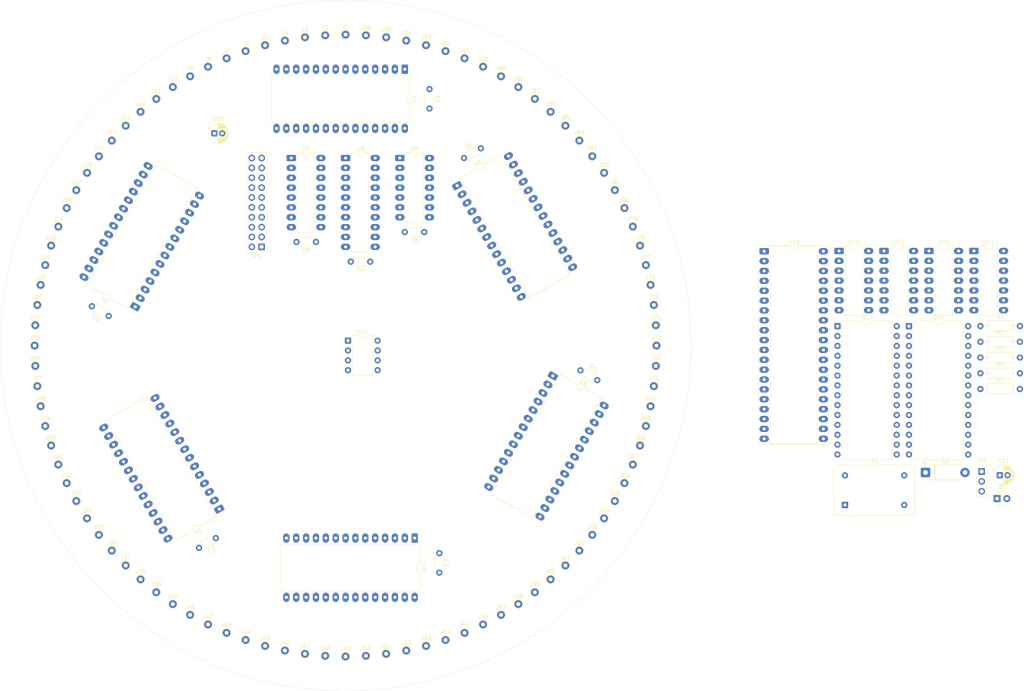
<source format=kicad_pcb>
(kicad_pcb (version 20241229) (generator "pcbnew") (generator_version "9.0")
  (layers (0 "F.Cu" signal) (2 "B.Cu" signal) (13 "F.Paste" user) (15 "B.Paste" user) (5 "F.SilkS" user "F.Silkscreen") (7 "B.SilkS" user "B.Silkscreen") (1 "F.Mask" user) (3 "B.Mask" user) (25 "Edge.Cuts" user))
  (net 0 "")
  (net 1 "Net-(JP1-Pin_6)")
  (net 2 "GND")
  (net 3 "Net-(JP1-Pin_14)")
  (net 4 "Net-(JP1-Pin_9)")
  (net 5 "Net-(JP1-Pin_16)")
  (net 6 "Net-(JP1-Pin_7)")
  (net 7 "Net-(JP1-Pin_8)")
  (net 8 "/A0")
  (net 9 "Net-(JP1-Pin_12)")
  (net 10 "Net-(JP1-Pin_15)")
  (net 11 "Net-(JP1-Pin_13)")
  (net 12 "/~{WR}")
  (net 13 "/A2")
  (net 14 "/R5_X0")
  (net 15 "/R5_Y0")
  (net 16 "/R5_X1")
  (net 17 "/R5_X2")
  (net 18 "/R5_X3")
  (net 19 "/R5_X4")
  (net 20 "/R5_X5")
  (net 21 "/R5_X6")
  (net 22 "/R5_X7")
  (net 23 "/R5_Y1")
  (net 24 "/R5_Y2")
  (net 25 "/R5_Y3")
  (net 26 "/R5_Y4")
  (net 27 "/R5_Y5")
  (net 28 "/R5_Y6")
  (net 29 "/R5_Y7")
  (net 30 "/R4_Y0")
  (net 31 "/R4_X0")
  (net 32 "/R4_X1")
  (net 33 "/R4_X2")
  (net 34 "/R4_X3")
  (net 35 "/R4_X4")
  (net 36 "/R4_X5")
  (net 37 "/R4_X6")
  (net 38 "/R4_X7")
  (net 39 "/R4_Y1")
  (net 40 "/R4_Y2")
  (net 41 "/R4_Y3")
  (net 42 "/R4_Y4")
  (net 43 "/R4_Y5")
  (net 44 "/R4_Y6")
  (net 45 "/R4_Y7")
  (net 46 "/R3_Y0")
  (net 47 "/R3_X0")
  (net 48 "/R3_X1")
  (net 49 "/R3_X2")
  (net 50 "/R3_X3")
  (net 51 "/R3_X4")
  (net 52 "/R3_X5")
  (net 53 "/R3_X6")
  (net 54 "/R3_X7")
  (net 55 "/R3_Y1")
  (net 56 "/R3_Y2")
  (net 57 "/R3_Y3")
  (net 58 "/R3_Y4")
  (net 59 "/R3_Y5")
  (net 60 "/R3_Y6")
  (net 61 "/R3_Y7")
  (net 62 "/R2_X0")
  (net 63 "/R2_Y0")
  (net 64 "/R2_X1")
  (net 65 "/R2_X2")
  (net 66 "/R2_X3")
  (net 67 "/R2_X4")
  (net 68 "/R2_X5")
  (net 69 "/R2_X6")
  (net 70 "/R2_X7")
  (net 71 "/R2_Y1")
  (net 72 "/R2_Y2")
  (net 73 "/R2_Y3")
  (net 74 "/R2_Y4")
  (net 75 "/R2_Y5")
  (net 76 "/R2_Y6")
  (net 77 "/R2_Y7")
  (net 78 "/R1_Y0")
  (net 79 "/R1_X0")
  (net 80 "/R1_X1")
  (net 81 "/R1_X2")
  (net 82 "/R1_X3")
  (net 83 "/R1_X4")
  (net 84 "/R1_X5")
  (net 85 "/R1_X6")
  (net 86 "/R1_X7")
  (net 87 "/R1_Y1")
  (net 88 "/R1_Y2")
  (net 89 "/R1_Y3")
  (net 90 "/R1_Y4")
  (net 91 "/R1_Y5")
  (net 92 "/R1_Y6")
  (net 93 "/R1_Y7")
  (net 94 "VCC")
  (net 95 "/A1")
  (net 96 "/D4")
  (net 97 "/D1")
  (net 98 "/D7")
  (net 99 "/MODE")
  (net 100 "/D5")
  (net 101 "/D3")
  (net 102 "/D0")
  (net 103 "/D6")
  (net 104 "/~{RING7}")
  (net 105 "/D2")
  (net 106 "/~{RING5}")
  (net 107 "/~{RING4}")
  (net 108 "/~{RING3}")
  (net 109 "/~{RING2}")
  (net 110 "/~{RING1}")
  (net 113 "/R7_Y0")
  (net 114 "/R7_X0")
  (net 115 "/R7_X1")
  (net 116 "/R7_X2")
  (net 117 "/R7_X3")
  (net 118 "/R7_X4")
  (net 119 "/R7_X5")
  (net 120 "/R7_X6")
  (net 121 "/R7_X7")
  (net 122 "/R7_Y1")
  (net 123 "/R7_Y2")
  (net 124 "/R7_Y3")
  (net 125 "/R7_Y4")
  (net 126 "/R7_Y5")
  (net 127 "/R7_Y6")
  (net 128 "/R7_Y7")
  (net 129 "Net-(C11-Pad2)")
  (net 130 "Net-(D2-K)")
  (net 131 "Net-(D1-K)")
  (net 132 "Net-(D1-A)")
  (net 133 "+5V")
  (net 134 "/nWAIT")
  (net 135 "Net-(JP2-Pad1)")
  (net 136 "/nINT")
  (net 137 "/CLK")
  (net 138 "Net-(U12-~{NMI})")
  (net 139 "/A15")
  (net 140 "Net-(U12-~{HALT})")
  (net 141 "/nRAM")
  (net 142 "Net-(U10-Pad2)")
  (net 143 "/nRST")
  (net 144 "/A7")
  (net 145 "/nM1")
  (net 146 "/A6")
  (net 147 "/A12")
  (net 148 "/A9")
  (net 149 "/nIORQ")
  (net 150 "/A10")
  (net 151 "/A13")
  (net 152 "/A11")
  (net 153 "/A3")
  (net 154 "/A5")
  (net 155 "/A14")
  (net 166 "/A4")
  (net 167 "/A8")
  (net 168 "/nRD")
  (net 169 "/nWR")
  (net 171 "/nMREQ")
  (net 172 "/nMWR")
  (net 173 "/nMRD")
  (net 174 "/nROM")
  (net 175 "Net-(U17A-Q)")
  (net 176 "Net-(U16B-~{Q})")
  (net 177 "Net-(U16A-C)")
  (net 178 "Net-(U16B-D)")
  (net 179 "Net-(U16A-D)")
  (footprint "Connector_PinHeader_2.54mm:PinHeader_2x10_P2.54mm_Vertical" (layer "F.Cu") (at 232.41 152.4 180)
    (property "Reference" "JP1" (at 1.27 -2.38 0) (layer "F.SilkS"))
    (property "Value" "CONN_2X10")
    (pad "1" thru_hole rect (at 0 0 180) (size 1.7 1.7) (drill 1) (layers "*.Cu" "*.Mask") (net 94 "VCC"))
    (pad "2" thru_hole circle (at 2.54 0 180) (size 1.7 1.7) (drill 1) (layers "*.Cu" "*.Mask") (net 94 "VCC"))
    (pad "3" thru_hole circle (at 0 2.54 180) (size 1.7 1.7) (drill 1) (layers "*.Cu" "*.Mask") (net 94 "VCC"))
    (pad "4" thru_hole circle (at 2.54 2.54 180) (size 1.7 1.7) (drill 1) (layers "*.Cu" "*.Mask") (net 2 "GND"))
    (pad "5" thru_hole circle (at 0 5.08 180) (size 1.7 1.7) (drill 1) (layers "*.Cu" "*.Mask") (net 2 "GND"))
    (pad "6" thru_hole circle (at 2.54 5.08 180) (size 1.7 1.7) (drill 1) (layers "*.Cu" "*.Mask") (net 1 "Net-(JP1-Pin_6)"))
    (pad "7" thru_hole circle (at 0 7.62 180) (size 1.7 1.7) (drill 1) (layers "*.Cu" "*.Mask") (net 6 "Net-(JP1-Pin_7)"))
    (pad "8" thru_hole circle (at 2.54 7.62 180) (size 1.7 1.7) (drill 1) (layers "*.Cu" "*.Mask") (net 7 "Net-(JP1-Pin_8)"))
    (pad "9" thru_hole circle (at 0 10.16 180) (size 1.7 1.7) (drill 1) (layers "*.Cu" "*.Mask") (net 4 "Net-(JP1-Pin_9)"))
    (pad "10" thru_hole circle (at 2.54 10.16 180) (size 1.7 1.7) (drill 1) (layers "*.Cu" "*.Mask") (net 2 "GND"))
    (pad "11" thru_hole circle (at 0 12.7 180) (size 1.7 1.7) (drill 1) (layers "*.Cu" "*.Mask") (net 2 "GND"))
    (pad "12" thru_hole circle (at 2.54 12.7 180) (size 1.7 1.7) (drill 1) (layers "*.Cu" "*.Mask") (net 9 "Net-(JP1-Pin_12)"))
    (pad "13" thru_hole circle (at 0 15.24 180) (size 1.7 1.7) (drill 1) (layers "*.Cu" "*.Mask") (net 11 "Net-(JP1-Pin_13)"))
    (pad "14" thru_hole circle (at 2.54 15.24 180) (size 1.7 1.7) (drill 1) (layers "*.Cu" "*.Mask") (net 3 "Net-(JP1-Pin_14)"))
    (pad "15" thru_hole circle (at 0 17.78 180) (size 1.7 1.7) (drill 1) (layers "*.Cu" "*.Mask") (net 10 "Net-(JP1-Pin_15)"))
    (pad "16" thru_hole circle (at 2.54 17.78 180) (size 1.7 1.7) (drill 1) (layers "*.Cu" "*.Mask") (net 5 "Net-(JP1-Pin_16)"))
    (pad "17" thru_hole circle (at 0 20.32 180) (size 1.7 1.7) (drill 1) (layers "*.Cu" "*.Mask") (net 12 "/~{WR}"))
    (pad "18" thru_hole circle (at 2.54 20.32 180) (size 1.7 1.7) (drill 1) (layers "*.Cu" "*.Mask") (net 13 "/A2"))
    (pad "19" thru_hole circle (at 0 22.86 180) (size 1.7 1.7) (drill 1) (layers "*.Cu" "*.Mask") (net 95 "/A1"))
    (pad "20" thru_hole circle (at 2.54 22.86 180) (size 1.7 1.7) (drill 1) (layers "*.Cu" "*.Mask") (net 8 "/A0"))
  )
  (footprint "TestPoint:TestPoint_THTPad_D2.0mm_Drill1.0mm" (layer "F.Cu") (at 182.241212 213.187518)
    (property "Reference" "J32" (at 0 -1.998 0) (layer "F.SilkS"))
    (property "Value" "Socket")
    (pad "1" thru_hole circle (at 0 0) (size 2 2) (drill 1) (layers "*.Cu" "*.Mask") (net 29 "/R5_Y7"))
  )
  (footprint "TestPoint:TestPoint_THTPad_D2.0mm_Drill1.0mm" (layer "F.Cu") (at 333.325503 167.356599)
    (property "Reference" "J75" (at 0 -1.998 0) (layer "F.SilkS"))
    (property "Value" "Socket")
    (pad "1" thru_hole circle (at 0 0) (size 2 2) (drill 1) (layers "*.Cu" "*.Mask") (net 72 "/R2_Y2"))
  )
  (footprint "TestPoint:TestPoint_THTPad_D2.0mm_Drill1.0mm" (layer "F.Cu") (at 193.845297 230.554259)
    (property "Reference" "J36" (at 0 -1.998 0) (layer "F.SilkS"))
    (property "Value" "Socket")
    (pad "1" thru_hole circle (at 0 0) (size 2 2) (drill 1) (layers "*.Cu" "*.Mask") (net 34 "/R4_X3"))
  )
  (footprint "Resistor_THT:R_Axial_DIN0207_L6.3mm_D2.5mm_P10.16mm_Horizontal" (layer "F.Cu") (at 417.36 184.93)
    (property "Reference" "R4" (at 5.08 -2.37 0) (layer "F.SilkS"))
    (property "Value" "10k")
    (pad "1" thru_hole circle (at 0 0) (size 1.6 1.6) (drill 0.8) (layers "*.Cu" "*.Mask") (net 130 "Net-(D2-K)"))
    (pad "2" thru_hole circle (at 10.16 0) (size 1.6 1.6) (drill 0.8) (layers "*.Cu" "*.Mask") (net 133 "+5V"))
  )
  (footprint "TestPoint:TestPoint_THTPad_D2.0mm_Drill1.0mm" (layer "F.Cu") (at 228.281628 102.03612)
    (property "Reference" "J6" (at 0 -1.998 0) (layer "F.SilkS"))
    (property "Value" "Socket")
    (pad "1" thru_hole circle (at 0 0) (size 2 2) (drill 1) (layers "*.Cu" "*.Mask") (net 119 "/R7_X5"))
  )
  (footprint "TestPoint:TestPoint_THTPad_D2.0mm_Drill1.0mm" (layer "F.Cu") (at 218.612482 106.041212)
    (property "Reference" "J8" (at 0 -1.998 0) (layer "F.SilkS"))
    (property "Value" "Socket")
    (pad "1" thru_hole circle (at 0 0) (size 2 2) (drill 1) (layers "*.Cu" "*.Mask") (net 121 "/R7_X7"))
  )
  (footprint "TestPoint:TestPoint_THTPad_D2.0mm_Drill1.0mm" (layer "F.Cu") (at 180.080399 147.181499)
    (property "Reference" "J19" (at 0 -1.998 0) (layer "F.SilkS"))
    (property "Value" "Socket")
    (pad "1" thru_hole circle (at 0 0) (size 2 2) (drill 1) (layers "*.Cu" "*.Mask") (net 17 "/R5_X2"))
  )
  (footprint "TestPoint:TestPoint_THTPad_D2.0mm_Drill1.0mm" (layer "F.Cu") (at 274.708112 100.516275)
    (property "Reference" "J93" (at 0 -1.998 0) (layer "F.SilkS"))
    (property "Value" "Socket")
    (pad "1" thru_hole circle (at 0 0) (size 2 2) (drill 1) (layers "*.Cu" "*.Mask") (net 90 "/R1_Y4"))
  )
  (footprint "Package_DIP:DIP-28_W15.24mm_LongPads" (layer "F.Cu") (at 282.711773 136.661773 30)
    (property "Reference" "U6" (at 7.62 -2.33 30) (layer "F.SilkS"))
    (property "Value" "ICM7218A")
    (pad "1" thru_hole roundrect (at 0 0 30) (size 2.4 1.6) (drill 0.8) (layers "*.Cu" "*.Mask") (roundrect_rratio 0.15625) (net 88 "/R1_Y2"))
    (pad "2" thru_hole oval (at 0 2.54 30) (size 2.4 1.6) (drill 0.8) (layers "*.Cu" "*.Mask") (net 90 "/R1_Y4"))
    (pad "3" thru_hole oval (at 0 5.08 30) (size 2.4 1.6) (drill 0.8) (layers "*.Cu" "*.Mask") (net 87 "/R1_Y1"))
    (pad "4" thru_hole oval (at 0 7.62 30) (size 2.4 1.6) (drill 0.8) (layers "*.Cu" "*.Mask") (net 93 "/R1_Y7"))
    (pad "5" thru_hole oval (at 0 10.16 30) (size 2.4 1.6) (drill 0.8) (layers "*.Cu" "*.Mask") (net 103 "/D6"))
    (pad "6" thru_hole oval (at 0 12.7 30) (size 2.4 1.6) (drill 0.8) (layers "*.Cu" "*.Mask") (net 100 "/D5"))
    (pad "7" thru_hole oval (at 0 15.24 30) (size 2.4 1.6) (drill 0.8) (layers "*.Cu" "*.Mask") (net 98 "/D7"))
    (pad "8" thru_hole oval (at 0 17.78 30) (size 2.4 1.6) (drill 0.8) (layers "*.Cu" "*.Mask") (net 110 "/~{RING1}"))
    (pad "9" thru_hole oval (at 0 20.32 30) (size 2.4 1.6) (drill 0.8) (layers "*.Cu" "*.Mask") (net 99 "/MODE"))
    (pad "10" thru_hole oval (at 0 22.86 30) (size 2.4 1.6) (drill 0.8) (layers "*.Cu" "*.Mask") (net 96 "/D4"))
    (pad "11" thru_hole oval (at 0 25.4 30) (size 2.4 1.6) (drill 0.8) (layers "*.Cu" "*.Mask") (net 97 "/D1"))
    (pad "12" thru_hole oval (at 0 27.94 30) (size 2.4 1.6) (drill 0.8) (layers "*.Cu" "*.Mask") (net 102 "/D0"))
    (pad "13" thru_hole oval (at 0 30.48 30) (size 2.4 1.6) (drill 0.8) (layers "*.Cu" "*.Mask") (net 105 "/D2"))
    (pad "14" thru_hole oval (at 0 33.02 30) (size 2.4 1.6) (drill 0.8) (layers "*.Cu" "*.Mask") (net 101 "/D3"))
    (pad "15" thru_hole oval (at 15.24 33.02 30) (size 2.4 1.6) (drill 0.8) (layers "*.Cu" "*.Mask") (net 79 "/R1_X0"))
    (pad "16" thru_hole oval (at 15.24 30.48 30) (size 2.4 1.6) (drill 0.8) (layers "*.Cu" "*.Mask") (net 80 "/R1_X1"))
    (pad "17" thru_hole oval (at 15.24 27.94 30) (size 2.4 1.6) (drill 0.8) (layers "*.Cu" "*.Mask") (net 83 "/R1_X4"))
    (pad "18" thru_hole oval (at 15.24 25.4 30) (size 2.4 1.6) (drill 0.8) (layers "*.Cu" "*.Mask") (net 86 "/R1_X7"))
    (pad "19" thru_hole oval (at 15.24 22.86 30) (size 2.4 1.6) (drill 0.8) (layers "*.Cu" "*.Mask") (net 94 "VCC"))
    (pad "20" thru_hole oval (at 15.24 20.32 30) (size 2.4 1.6) (drill 0.8) (layers "*.Cu" "*.Mask") (net 82 "/R1_X3"))
    (pad "21" thru_hole oval (at 15.24 17.78 30) (size 2.4 1.6) (drill 0.8) (layers "*.Cu" "*.Mask") (net 85 "/R1_X6"))
    (pad "22" thru_hole oval (at 15.24 15.24 30) (size 2.4 1.6) (drill 0.8) (layers "*.Cu" "*.Mask") (net 84 "/R1_X5"))
    (pad "23" thru_hole oval (at 15.24 12.7 30) (size 2.4 1.6) (drill 0.8) (layers "*.Cu" "*.Mask") (net 81 "/R1_X2"))
    (pad "24" thru_hole oval (at 15.24 10.16 30) (size 2.4 1.6) (drill 0.8) (layers "*.Cu" "*.Mask") (net 91 "/R1_Y5"))
    (pad "25" thru_hole oval (at 15.24 7.62 30) (size 2.4 1.6) (drill 0.8) (layers "*.Cu" "*.Mask") (net 89 "/R1_Y3"))
    (pad "26" thru_hole oval (at 15.24 5.08 30) (size 2.4 1.6) (drill 0.8) (layers "*.Cu" "*.Mask") (net 92 "/R1_Y6"))
    (pad "27" thru_hole oval (at 15.24 2.54 30) (size 2.4 1.6) (drill 0.8) (layers "*.Cu" "*.Mask") (net 78 "/R1_Y0"))
    (pad "28" thru_hole oval (at 15.24 0 30) (size 2.4 1.6) (drill 0.8) (layers "*.Cu" "*.Mask") (net 2 "GND"))
  )
  (footprint "TestPoint:TestPoint_THTPad_D2.0mm_Drill1.0mm" (layer "F.Cu") (at 213.995 108.509307)
    (property "Reference" "J9" (at 0 -1.998 0) (layer "F.SilkS"))
    (property "Value" "Socket")
    (pad "1" thru_hole circle (at 0 0) (size 2 2) (drill 1) (layers "*.Cu" "*.Mask") (net 113 "/R7_Y0"))
  )
  (footprint "TestPoint:TestPoint_THTPad_D2.0mm_Drill1.0mm" (layer "F.Cu") (at 302.707002 114.323799)
    (property "Reference" "J87" (at 0 -1.998 0) (layer "F.SilkS"))
    (property "Value" "Socket")
    (pad "1" thru_hole circle (at 0 0) (size 2 2) (drill 1) (layers "*.Cu" "*.Mask") (net 85 "/R1_X6"))
  )
  (footprint "Package_DIP:DIP-14_W7.62mm_LongPads" (layer "F.Cu") (at 380.98 153.46)
    (property "Reference" "U10" (at 3.81 -2.33 0) (layer "F.SilkS"))
    (property "Value" "74HC14")
    (pad "1" thru_hole roundrect (at 0 0) (size 2.4 1.6) (drill 0.8) (layers "*.Cu" "*.Mask") (roundrect_rratio 0.15625) (net 130 "Net-(D2-K)"))
    (pad "2" thru_hole oval (at 0 2.54) (size 2.4 1.6) (drill 0.8) (layers "*.Cu" "*.Mask") (net 142 "Net-(U10-Pad2)"))
    (pad "3" thru_hole oval (at 0 5.08) (size 2.4 1.6) (drill 0.8) (layers "*.Cu" "*.Mask") (net 142 "Net-(U10-Pad2)"))
    (pad "4" thru_hole oval (at 0 7.62) (size 2.4 1.6) (drill 0.8) (layers "*.Cu" "*.Mask") (net 143 "/nRST"))
    (pad "5" thru_hole oval (at 0 10.16) (size 2.4 1.6) (drill 0.8) (layers "*.Cu" "*.Mask") (net 139 "/A15"))
    (pad "6" thru_hole oval (at 0 12.7) (size 2.4 1.6) (drill 0.8) (layers "*.Cu" "*.Mask") (net 141 "/nRAM"))
    (pad "7" thru_hole oval (at 0 15.24) (size 2.4 1.6) (drill 0.8) (layers "*.Cu" "*.Mask"))
    (pad "8" thru_hole oval (at 7.62 15.24) (size 2.4 1.6) (drill 0.8) (layers "*.Cu" "*.Mask") (net 131 "Net-(D1-K)"))
    (pad "9" thru_hole oval (at 7.62 12.7) (size 2.4 1.6) (drill 0.8) (layers "*.Cu" "*.Mask") (net 140 "Net-(U12-~{HALT})"))
    (pad "10" thru_hole oval (at 7.62 10.16) (size 2.4 1.6) (drill 0.8) (layers "*.Cu" "*.Mask"))
    (pad "11" thru_hole oval (at 7.62 7.62) (size 2.4 1.6) (drill 0.8) (layers "*.Cu" "*.Mask"))
    (pad "12" thru_hole oval (at 7.62 5.08) (size 2.4 1.6) (drill 0.8) (layers "*.Cu" "*.Mask"))
    (pad "13" thru_hole oval (at 7.62 2.54) (size 2.4 1.6) (drill 0.8) (layers "*.Cu" "*.Mask"))
    (pad "14" thru_hole oval (at 7.62 0) (size 2.4 1.6) (drill 0.8) (layers "*.Cu" "*.Mask"))
  )
  (footprint "TestPoint:TestPoint_THTPad_D2.0mm_Drill1.0mm" (layer "F.Cu") (at 190.523799 226.507002)
    (property "Reference" "J35" (at 0 -1.998 0) (layer "F.SilkS"))
    (property "Value" "Socket")
    (pad "1" thru_hole circle (at 0 0) (size 2 2) (drill 1) (layers "*.Cu" "*.Mask") (net 33 "/R4_X2"))
  )
  (footprint "TestPoint:TestPoint_THTPad_D2.0mm_Drill1.0mm" (layer "F.Cu") (at 274.708112 255.083725)
    (property "Reference" "J53" (at 0 -1.998 0) (layer "F.SilkS"))
    (property "Value" "Socket")
    (pad "1" thru_hole circle (at 0 0) (size 2 2) (drill 1) (layers "*.Cu" "*.Mask") (net 51 "/R3_X4"))
  )
  (footprint "TestPoint:TestPoint_THTPad_D2.0mm_Drill1.0mm" (layer "F.Cu") (at 317.476201 226.507002)
    (property "Reference" "J63" (at 0 -1.998 0) (layer "F.SilkS"))
    (property "Value" "Socket")
    (pad "1" thru_hole circle (at 0 0) (size 2 2) (drill 1) (layers "*.Cu" "*.Mask") (net 60 "/R3_Y6"))
  )
  (footprint "Package_DIP:DIP-28_W15.24mm_LongPads" (layer "F.Cu") (at 221.478227 219.867932 -150)
    (property "Reference" "U3" (at 7.62 -2.33 30) (layer "F.SilkS"))
    (property "Value" "ICM7218A")
    (pad "1" thru_hole roundrect (at 0 0 210) (size 2.4 1.6) (drill 0.8) (layers "*.Cu" "*.Mask") (roundrect_rratio 0.15625) (net 40 "/R4_Y2"))
    (pad "2" thru_hole oval (at 0 2.54 210) (size 2.4 1.6) (drill 0.8) (layers "*.Cu" "*.Mask") (net 42 "/R4_Y4"))
    (pad "3" thru_hole oval (at 0 5.08 210) (size 2.4 1.6) (drill 0.8) (layers "*.Cu" "*.Mask") (net 39 "/R4_Y1"))
    (pad "4" thru_hole oval (at 0 7.62 210) (size 2.4 1.6) (drill 0.8) (layers "*.Cu" "*.Mask") (net 45 "/R4_Y7"))
    (pad "5" thru_hole oval (at 0 10.16 210) (size 2.4 1.6) (drill 0.8) (layers "*.Cu" "*.Mask") (net 103 "/D6"))
    (pad "6" thru_hole oval (at 0 12.7 210) (size 2.4 1.6) (drill 0.8) (layers "*.Cu" "*.Mask") (net 100 "/D5"))
    (pad "7" thru_hole oval (at 0 15.24 210) (size 2.4 1.6) (drill 0.8) (layers "*.Cu" "*.Mask") (net 98 "/D7"))
    (pad "8" thru_hole oval (at 0 17.78 210) (size 2.4 1.6) (drill 0.8) (layers "*.Cu" "*.Mask") (net 107 "/~{RING4}"))
    (pad "9" thru_hole oval (at 0 20.32 210) (size 2.4 1.6) (drill 0.8) (layers "*.Cu" "*.Mask") (net 99 "/MODE"))
    (pad "10" thru_hole oval (at 0 22.86 210) (size 2.4 1.6) (drill 0.8) (layers "*.Cu" "*.Mask") (net 96 "/D4"))
    (pad "11" thru_hole oval (at 0 25.4 210) (size 2.4 1.6) (drill 0.8) (layers "*.Cu" "*.Mask") (net 97 "/D1"))
    (pad "12" thru_hole oval (at 0 27.94 210) (size 2.4 1.6) (drill 0.8) (layers "*.Cu" "*.Mask") (net 102 "/D0"))
    (pad "13" thru_hole oval (at 0 30.48 210) (size 2.4 1.6) (drill 0.8) (layers "*.Cu" "*.Mask") (net 105 "/D2"))
    (pad "14" thru_hole oval (at 0 33.02 210) (size 2.4 1.6) (drill 0.8) (layers "*.Cu" "*.Mask") (net 101 "/D3"))
    (pad "15" thru_hole oval (at 15.24 33.02 210) (size 2.4 1.6) (drill 0.8) (layers "*.Cu" "*.Mask") (net 31 "/R4_X0"))
    (pad "16" thru_hole oval (at 15.24 30.48 210) (size 2.4 1.6) (drill 0.8) (layers "*.Cu" "*.Mask") (net 32 "/R4_X1"))
    (pad "17" thru_hole oval (at 15.24 27.94 210) (size 2.4 1.6) (drill 0.8) (layers "*.Cu" "*.Mask") (net 35 "/R4_X4"))
    (pad "18" thru_hole oval (at 15.24 25.4 210) (size 2.4 1.6) (drill 0.8) (layers "*.Cu" "*.Mask") (net 38 "/R4_X7"))
    (pad "19" thru_hole oval (at 15.24 22.86 210) (size 2.4 1.6) (drill 0.8) (layers "*.Cu" "*.Mask") (net 94 "VCC"))
    (pad "20" thru_hole oval (at 15.24 20.32 210) (size 2.4 1.6) (drill 0.8) (layers "*.Cu" "*.Mask") (net 34 "/R4_X3"))
    (pad "21" thru_hole oval (at 15.24 17.78 210) (size 2.4 1.6) (drill 0.8) (layers "*.Cu" "*.Mask") (net 37 "/R4_X6"))
    (pad "22" thru_hole oval (at 15.24 15.24 210) (size 2.4 1.6) (drill 0.8) (layers "*.Cu" "*.Mask") (net 36 "/R4_X5"))
    (pad "23" thru_hole oval (at 15.24 12.7 210) (size 2.4 1.6) (drill 0.8) (layers "*.Cu" "*.Mask") (net 33 "/R4_X2"))
    (pad "24" thru_hole oval (at 15.24 10.16 210) (size 2.4 1.6) (drill 0.8) (layers "*.Cu" "*.Mask") (net 43 "/R4_Y5"))
    (pad "25" thru_hole oval (at 15.24 7.62 210) (size 2.4 1.6) (drill 0.8) (layers "*.Cu" "*.Mask") (net 41 "/R4_Y3"))
    (pad "26" thru_hole oval (at 15.24 5.08 210) (size 2.4 1.6) (drill 0.8) (layers "*.Cu" "*.Mask") (net 44 "/R4_Y6"))
    (pad "27" thru_hole oval (at 15.24 2.54 210) (size 2.4 1.6) (drill 0.8) (layers "*.Cu" "*.Mask") (net 30 "/R4_Y0"))
    (pad "28" thru_hole oval (at 15.24 0 210) (size 2.4 1.6) (drill 0.8) (layers "*.Cu" "*.Mask") (net 2 "GND"))
  )
  (footprint "TestPoint:TestPoint_THTPad_D2.0mm_Drill1.0mm" (layer "F.Cu") (at 201.245741 117.645297)
    (property "Reference" "J12" (at 0 -1.998 0) (layer "F.SilkS"))
    (property "Value" "Socket")
    (pad "1" thru_hole circle (at 0 0) (size 2 2) (drill 1) (layers "*.Cu" "*.Mask") (net 124 "/R7_Y3"))
  )
  (footprint "TestPoint:TestPoint_THTPad_D2.0mm_Drill1.0mm" (layer "F.Cu") (at 180.080399 208.418501)
    (property "Reference" "J31" (at 0 -1.998 0) (layer "F.SilkS"))
    (property "Value" "Socket")
    (pad "1" thru_hole circle (at 0 0) (size 2 2) (drill 1) (layers "*.Cu" "*.Mask") (net 28 "/R5_Y6"))
  )
  (footprint "TestPoint:TestPoint_THTPad_D2.0mm_Drill1.0mm" (layer "F.Cu") (at 302.707002 241.276201)
    (property "Reference" "J59" (at 0 -1.998 0) (layer "F.SilkS"))
    (property "Value" "Socket")
    (pad "1" thru_hole circle (at 0 0) (size 2 2) (drill 1) (layers "*.Cu" "*.Mask") (net 56 "/R3_Y2"))
  )
  (footprint "TestPoint:TestPoint_THTPad_D2.0mm_Drill1.0mm" (layer "F.Cu") (at 334.01 177.8)
    (property "Reference" "J73" (at 0 -1.998 0) (layer "F.SilkS"))
    (property "Value" "Socket")
    (pad "1" thru_hole circle (at 0 0) (size 2 2) (drill 1) (layers "*.Cu" "*.Mask") (net 63 "/R2_Y0"))
  )
  (footprint "TestPoint:TestPoint_THTPad_D2.0mm_Drill1.0mm" (layer "F.Cu") (at 317.476201 129.092998)
    (property "Reference" "J83" (at 0 -1.998 0) (layer "F.SilkS"))
    (property "Value" "Socket")
    (pad "1" thru_hole circle (at 0 0) (size 2 2) (drill 1) (layers "*.Cu" "*.Mask") (net 81 "/R1_X2"))
  )
  (footprint "TestPoint:TestPoint_THTPad_D2.0mm_Drill1.0mm" (layer "F.Cu") (at 174.674497 188.243401)
    (property "Reference" "J27" (at 0 -1.998 0) (layer "F.SilkS"))
    (property "Value" "Socket")
    (pad "1" thru_hole circle (at 0 0) (size 2 2) (drill 1) (layers "*.Cu" "*.Mask") (net 24 "/R5_Y2"))
  )
  (footprint "TestPoint:TestPoint_THTPad_D2.0mm_Drill1.0mm" (layer "F.Cu") (at 201.245741 237.954703)
    (property "Reference" "J38" (at 0 -1.998 0) (layer "F.SilkS"))
    (property "Value" "Socket")
    (pad "1" thru_hole circle (at 0 0) (size 2 2) (drill 1) (layers "*.Cu" "*.Mask") (net 36 "/R4_X5"))
  )
  (footprint "TestPoint:TestPoint_THTPad_D2.0mm_Drill1.0mm" (layer "F.Cu") (at 190.523799 129.092998)
    (property "Reference" "J15" (at 0 -1.998 0) (layer "F.SilkS"))
    (property "Value" "Socket")
    (pad "1" thru_hole circle (at 0 0) (size 2 2) (drill 1) (layers "*.Cu" "*.Mask") (net 127 "/R7_Y6"))
  )
  (footprint "Package_DIP:DIP-28_W15.24mm_LongPads" (layer "F.Cu") (at 307.34 185.602364 -30)
    (property "Reference" "U5" (at 7.62 -2.33 150) (layer "F.SilkS"))
    (property "Value" "ICM7218A")
    (pad "1" thru_hole roundrect (at 0 0 330) (size 2.4 1.6) (drill 0.8) (layers "*.Cu" "*.Mask") (roundrect_rratio 0.15625) (net 72 "/R2_Y2"))
    (pad "2" thru_hole oval (at 0 2.54 330) (size 2.4 1.6) (drill 0.8) (layers "*.Cu" "*.Mask") (net 74 "/R2_Y4"))
    (pad "3" thru_hole oval (at 0 5.08 330) (size 2.4 1.6) (drill 0.8) (layers "*.Cu" "*.Mask") (net 71 "/R2_Y1"))
    (pad "4" thru_hole oval (at 0 7.62 330) (size 2.4 1.6) (drill 0.8) (layers "*.Cu" "*.Mask") (net 77 "/R2_Y7"))
    (pad "5" thru_hole oval (at 0 10.16 330) (size 2.4 1.6) (drill 0.8) (layers "*.Cu" "*.Mask") (net 103 "/D6"))
    (pad "6" thru_hole oval (at 0 12.7 330) (size 2.4 1.6) (drill 0.8) (layers "*.Cu" "*.Mask") (net 100 "/D5"))
    (pad "7" thru_hole oval (at 0 15.24 330) (size 2.4 1.6) (drill 0.8) (layers "*.Cu" "*.Mask") (net 98 "/D7"))
    (pad "8" thru_hole oval (at 0 17.78 330) (size 2.4 1.6) (drill 0.8) (layers "*.Cu" "*.Mask") (net 109 "/~{RING2}"))
    (pad "9" thru_hole oval (at 0 20.32 330) (size 2.4 1.6) (drill 0.8) (layers "*.Cu" "*.Mask") (net 99 "/MODE"))
    (pad "10" thru_hole oval (at 0 22.86 330) (size 2.4 1.6) (drill 0.8) (layers "*.Cu" "*.Mask") (net 96 "/D4"))
    (pad "11" thru_hole oval (at 0 25.4 330) (size 2.4 1.6) (drill 0.8) (layers "*.Cu" "*.Mask") (net 97 "/D1"))
    (pad "12" thru_hole oval (at 0 27.94 330) (size 2.4 1.6) (drill 0.8) (layers "*.Cu" "*.Mask") (net 102 "/D0"))
    (pad "13" thru_hole oval (at 0 30.48 330) (size 2.4 1.6) (drill 0.8) (layers "*.Cu" "*.Mask") (net 105 "/D2"))
    (pad "14" thru_hole oval (at 0 33.02 330) (size 2.4 1.6) (drill 0.8) (layers "*.Cu" "*.Mask") (net 101 "/D3"))
    (pad "15" thru_hole oval (at 15.24 33.02 330) (size 2.4 1.6) (drill 0.8) (layers "*.Cu" "*.Mask") (net 62 "/R2_X0"))
    (pad "16" thru_hole oval (at 15.24 30.48 330) (size 2.4 1.6) (drill 0.8) (layers "*.Cu" "*.Mask") (net 64 "/R2_X1"))
    (pad "17" thru_hole oval (at 15.24 27.94 330) (size 2.4 1.6) (drill 0.8) (layers "*.Cu" "*.Mask") (net 67 "/R2_X4"))
    (pad "18" thru_hole oval (at 15.24 25.4 330) (size 2.4 1.6) (drill 0.8) (layers "*.Cu" "*.Mask") (net 70 "/R2_X7"))
    (pad "19" thru_hole oval (at 15.24 22.86 330) (size 2.4 1.6) (drill 0.8) (layers "*.Cu" "*.Mask") (net 94 "VCC"))
    (pad "20" thru_hole oval (at 15.24 20.32 330) (size 2.4 1.6) (drill 0.8) (layers "*.Cu" "*.Mask") (net 66 "/R2_X3"))
    (pad "21" thru_hole oval (at 15.24 17.78 330) (size 2.4 1.6) (drill 0.8) (layers "*.Cu" "*.Mask") (net 69 "/R2_X6"))
    (pad "22" thru_hole oval (at 15.24 15.24 330) (size 2.4 1.6) (drill 0.8) (layers "*.Cu" "*.Mask") (net 68 "/R2_X5"))
    (pad "23" thru_hole oval (at 15.24 12.7 330) (size 2.4 1.6) (drill 0.8) (layers "*.Cu" "*.Mask") (net 65 "/R2_X2"))
    (pad "24" thru_hole oval (at 15.24 10.16 330) (size 2.4 1.6) (drill 0.8) (layers "*.Cu" "*.Mask") (net 75 "/R2_Y5"))
    (pad "25" thru_hole oval (at 15.24 7.62 330) (size 2.4 1.6) (drill 0.8) (layers "*.Cu" "*.Mask") (net 73 "/R2_Y3"))
    (pad "26" thru_hole oval (at 15.24 5.08 330) (size 2.4 1.6) (drill 0.8) (layers "*.Cu" "*.Mask") (net 76 "/R2_Y6"))
    (pad "27" thru_hole oval (at 15.24 2.54 330) (size 2.4 1.6) (drill 0.8) (layers "*.Cu" "*.Mask") (net 63 "/R2_Y0"))
    (pad "28" thru_hole oval (at 15.24 0 330) (size 2.4 1.6) (drill 0.8) (layers "*.Cu" "*.Mask") (net 2 "GND"))
  )
  (footprint "TestPoint:TestPoint_THTPad_D2.0mm_Drill1.0mm" (layer "F.Cu") (at 223.381499 103.880399)
    (property "Reference" "J7" (at 0 -1.998 0) (layer "F.SilkS"))
    (property "Value" "Socket")
    (pad "1" thru_hole circle (at 0 0) (size 2 2) (drill 1) (layers "*.Cu" "*.Mask") (net 120 "/R7_X6"))
  )
  (footprint "TestPoint:TestPoint_THTPad_D2.0mm_Drill1.0mm" (layer "F.Cu") (at 310.575614 234.375614)
    (property "Reference" "J61" (at 0 -1.998 0) (layer "F.SilkS"))
    (property "Value" "Socket")
    (pad "1" thru_hole circle (at 0 0) (size 2 2) (drill 1) (layers "*.Cu" "*.Mask") (net 58 "/R3_Y4"))
  )
  (footprint "TestPoint:TestPoint_THTPad_D2.0mm_Drill1.0mm" (layer "F.Cu") (at 329.76388 152.081628)
    (property "Reference" "J78" (at 0 -1.998 0) (layer "F.SilkS"))
    (property "Value" "Socket")
    (pad "1" thru_hole circle (at 0 0) (size 2 2) (drill 1) (layers "*.Cu" "*.Mask") (net 75 "/R2_Y5"))
  )
  (footprint "TestPoint:TestPoint_THTPad_D2.0mm_Drill1.0mm" (layer "F.Cu") (at 325.758788 142.412482)
    (property "Reference" "J80" (at 0 -1.998 0) (layer "F.SilkS"))
    (property "Value" "Socket")
    (pad "1" thru_hole circle (at 0 0) (size 2 2) (drill 1) (layers "*.Cu" "*.Mask") (net 77 "/R2_Y7"))
  )
  (footprint "Capacitor_THT:C_Disc_D4.3mm_W1.9mm_P5.00mm" (layer "F.Cu") (at 284.48 129.54 30)
    (property "Reference" "C6" (at 2.5 -2.2 30) (layer "F.SilkS"))
    (property "Value" "0.1uF")
    (pad "1" thru_hole circle (at 0 0 30) (size 1.6 1.6) (drill 0.8) (layers "*.Cu" "*.Mask") (net 94 "VCC"))
    (pad "2" thru_hole circle (at 5 0 30) (size 1.6 1.6) (drill 0.8) (layers "*.Cu" "*.Mask") (net 2 "GND"))
  )
  (footprint "TestPoint:TestPoint_THTPad_D2.0mm_Drill1.0mm" (layer "F.Cu") (at 184.709307 137.795)
    (property "Reference" "J17" (at 0 -1.998 0) (layer "F.SilkS"))
    (property "Value" "Socket")
    (pad "1" thru_hole circle (at 0 0) (size 2 2) (drill 1) (layers "*.Cu" "*.Mask") (net 14 "/R5_X0"))
  )
  (footprint "Capacitor_THT:C_Disc_D4.3mm_W1.9mm_P5.00mm" (layer "F.Cu") (at 260.35 156.21 180)
    (property "Reference" "C4" (at 2.5 -2.2 0) (layer "F.SilkS"))
    (property "Value" "0.1uF")
    (pad "1" thru_hole circle (at 0 0 180) (size 1.6 1.6) (drill 0.8) (layers "*.Cu" "*.Mask") (net 94 "VCC"))
    (pad "2" thru_hole circle (at 5 0 180) (size 1.6 1.6) (drill 0.8) (layers "*.Cu" "*.Mask") (net 2 "GND"))
  )
  (footprint "Capacitor_THT:CP_Radial_D5.0mm_P2.00mm" (layer "F.Cu") (at 422.329775 211.16)
    (property "Reference" "C11" (at 1 -3.75 0) (layer "F.SilkS"))
    (property "Value" "10uF")
    (pad "1" thru_hole roundrect (at 0 0) (size 1.6 1.6) (drill 0.8) (layers "*.Cu" "*.Mask") (roundrect_rratio 0.15625) (net 130 "Net-(D2-K)"))
    (pad "2" thru_hole circle (at 2 0) (size 1.6 1.6) (drill 0.8) (layers "*.Cu" "*.Mask") (net 129 "Net-(C11-Pad2)"))
  )
  (footprint "TestPoint:TestPoint_THTPad_D2.0mm_Drill1.0mm" (layer "F.Cu") (at 298.451174 244.325884)
    (property "Reference" "J58" (at 0 -1.998 0) (layer "F.SilkS"))
    (property "Value" "Socket")
    (pad "1" thru_hole circle (at 0 0) (size 2 2) (drill 1) (layers "*.Cu" "*.Mask") (net 55 "/R3_Y1"))
  )
  (footprint "Capacitor_THT:C_Disc_D4.3mm_W1.9mm_P5.00mm" (layer "F.Cu") (at 278.13 231.22 -90)
    (property "Reference" "C7" (at 2.5 -2.2 90) (layer "F.SilkS"))
    (property "Value" "0.1uF")
    (pad "1" thru_hole circle (at 0 0 270) (size 1.6 1.6) (drill 0.8) (layers "*.Cu" "*.Mask") (net 94 "VCC"))
    (pad "2" thru_hole circle (at 5 0 270) (size 1.6 1.6) (drill 0.8) (layers "*.Cu" "*.Mask") (net 2 "GND"))
  )
  (footprint "Package_DIP:DIP-14_W7.62mm_LongPads" (layer "F.Cu") (at 267.97 129.54)
    (property "Reference" "U9" (at 3.81 -2.33 0) (layer "F.SilkS"))
    (property "Value" "74LS125")
    (pad "1" thru_hole roundrect (at 0 0) (size 2.4 1.6) (drill 0.8) (layers "*.Cu" "*.Mask") (roundrect_rratio 0.15625) (net 2 "GND"))
    (pad "2" thru_hole oval (at 0 2.54) (size 2.4 1.6) (drill 0.8) (layers "*.Cu" "*.Mask") (net 5 "Net-(JP1-Pin_16)"))
    (pad "3" thru_hole oval (at 0 5.08) (size 2.4 1.6) (drill 0.8) (layers "*.Cu" "*.Mask") (net 99 "/MODE"))
    (pad "4" thru_hole oval (at 0 7.62) (size 2.4 1.6) (drill 0.8) (layers "*.Cu" "*.Mask"))
    (pad "5" thru_hole oval (at 0 10.16) (size 2.4 1.6) (drill 0.8) (layers "*.Cu" "*.Mask"))
    (pad "6" thru_hole oval (at 0 12.7) (size 2.4 1.6) (drill 0.8) (layers "*.Cu" "*.Mask"))
    (pad "7" thru_hole oval (at 0 15.24) (size 2.4 1.6) (drill 0.8) (layers "*.Cu" "*.Mask") (net 2 "GND"))
    (pad "8" thru_hole oval (at 7.62 15.24) (size 2.4 1.6) (drill 0.8) (layers "*.Cu" "*.Mask"))
    (pad "9" thru_hole oval (at 7.62 12.7) (size 2.4 1.6) (drill 0.8) (layers "*.Cu" "*.Mask"))
    (pad "10" thru_hole oval (at 7.62 10.16) (size 2.4 1.6) (drill 0.8) (layers "*.Cu" "*.Mask"))
    (pad "11" thru_hole oval (at 7.62 7.62) (size 2.4 1.6) (drill 0.8) (layers "*.Cu" "*.Mask"))
    (pad "12" thru_hole oval (at 7.62 5.08) (size 2.4 1.6) (drill 0.8) (layers "*.Cu" "*.Mask"))
    (pad "13" thru_hole oval (at 7.62 2.54) (size 2.4 1.6) (drill 0.8) (layers "*.Cu" "*.Mask"))
    (pad "14" thru_hole oval (at 7.62 0) (size 2.4 1.6) (drill 0.8) (layers "*.Cu" "*.Mask") (net 94 "VCC"))
  )
  (footprint "TestPoint:TestPoint_THTPad_D2.0mm_Drill1.0mm" (layer "F.Cu") (at 209.548826 244.325884)
    (property "Reference" "J40" (at 0 -1.998 0) (layer "F.SilkS"))
    (property "Value" "Socket")
    (pad "1" thru_hole circle (at 0 0) (size 2 2) (drill 1) (layers "*.Cu" "*.Mask") (net 38 "/R4_X7"))
  )
  (footprint "Capacitor_THT:C_Disc_D4.3mm_W1.9mm_P5.00mm" (layer "F.Cu") (at 246.38 151.13 180)
    (property "Reference" "C9" (at 2.5 -2.2 0) (layer "F.SilkS"))
    (property "Value" "0.1uF")
    (pad "1" thru_hole circle (at 0 0 180) (size 1.6 1.6) (drill 0.8) (layers "*.Cu" "*.Mask") (net 94 "VCC"))
    (pad "2" thru_hole circle (at 5 0 180) (size 1.6 1.6) (drill 0.8) (layers "*.Cu" "*.Mask") (net 2 "GND"))
  )
  (footprint "TestPoint:TestPoint_THTPad_D2.0mm_Drill1.0mm" (layer "F.Cu") (at 323.290693 217.805)
    (property "Reference" "J65" (at 0 -1.998 0) (layer "F.SilkS"))
    (property "Value" "Socket")
    (pad "1" thru_hole circle (at 0 0) (size 2 2) (drill 1) (layers "*.Cu" "*.Mask") (net 62 "/R2_X0"))
  )
  (footprint "Resistor_THT:R_Axial_DIN0207_L6.3mm_D2.5mm_P10.16mm_Horizontal" (layer "F.Cu") (at 417.36 188.98)
    (property "Reference" "R7" (at 5.08 -2.37 0) (layer "F.SilkS"))
    (property "Value" "4.7k")
    (pad "1" thru_hole circle (at 0 0) (size 1.6 1.6) (drill 0.8) (layers "*.Cu" "*.Mask") (net 138 "Net-(U12-~{NMI})"))
    (pad "2" thru_hole circle (at 10.16 0) (size 1.6 1.6) (drill 0.8) (layers "*.Cu" "*.Mask") (net 133 "+5V"))
  )
  (footprint "TestPoint:TestPoint_THTPad_D2.0mm_Drill1.0mm" (layer "F.Cu") (at 327.919601 147.181499)
    (property "Reference" "J79" (at 0 -1.998 0) (layer "F.SilkS"))
    (property "Value" "Socket")
    (pad "1" thru_hole circle (at 0 0) (size 2 2) (drill 1) (layers "*.Cu" "*.Mask") (net 76 "/R2_Y6"))
  )
  (footprint "TestPoint:TestPoint_THTPad_D2.0mm_Drill1.0mm" (layer "F.Cu") (at 269.609177 99.32737)
    (property "Reference" "J94" (at 0 -1.998 0) (layer "F.SilkS"))
    (property "Value" "Socket")
    (pad "1" thru_hole circle (at 0 0) (size 2 2) (drill 1) (layers "*.Cu" "*.Mask") (net 91 "/R1_Y5"))
  )
  (footprint "TestPoint:TestPoint_THTPad_D2.0mm_Drill1.0mm" (layer "F.Cu") (at 176.716275 157.091888)
    (property "Reference" "J21" (at 0 -1.998 0) (layer "F.SilkS"))
    (property "Value" "Socket")
    (pad "1" thru_hole circle (at 0 0) (size 2 2) (drill 1) (layers "*.Cu" "*.Mask") (net 19 "/R5_X4"))
  )
  (footprint "TestPoint:TestPoint_THTPad_D2.0mm_Drill1.0mm" (layer "F.Cu") (at 264.443401 257.125503)
    (property "Reference" "J51" (at 0 -1.998 0) (layer "F.SilkS"))
    (property "Value" "Socket")
    (pad "1" thru_hole circle (at 0 0) (size 2 2) (drill 1) (layers "*.Cu" "*.Mask") (net 49 "/R3_X2"))
  )
  (footprint "TestPoint:TestPoint_THTPad_D2.0mm_Drill1.0mm" (layer "F.Cu") (at 294.005 108.509307)
    (property "Reference" "J89" (at 0 -1.998 0) (layer "F.SilkS"))
    (property "Value" "Socket")
    (pad "1" thru_hole circle (at 0 0) (size 2 2) (drill 1) (layers "*.Cu" "*.Mask") (net 78 "/R1_Y0"))
  )
  (footprint "LED_THT:LED_D3.0mm" (layer "F.Cu") (at 421.64 217.17)
    (property "Reference" "D1" (at 1.27 -2.96 0) (layer "F.SilkS"))
    (property "Value" "LED")
    (pad "1" thru_hole rect (at 0 0) (size 1.8 1.8) (drill 0.9) (layers "*.Cu" "*.Mask") (net 131 "Net-(D1-K)"))
    (pad "2" thru_hole circle (at 2.54 0) (size 1.8 1.8) (drill 0.9) (layers "*.Cu" "*.Mask") (net 132 "Net-(D1-A)"))
  )
  (footprint "TestPoint:TestPoint_THTPad_D2.0mm_Drill1.0mm" (layer "F.Cu") (at 218.612482 249.558788)
    (property "Reference" "J42" (at 0 -1.998 0) (layer "F.SilkS"))
    (property "Value" "Socket")
    (pad "1" thru_hole circle (at 0 0) (size 2 2) (drill 1) (layers "*.Cu" "*.Mask") (net 39 "/R4_Y1"))
  )
  (footprint "TestPoint:TestPoint_THTPad_D2.0mm_Drill1.0mm" (layer "F.Cu") (at 228.281628 253.56388)
    (property "Reference" "J44" (at 0 -1.998 0) (layer "F.SilkS"))
    (property "Value" "Socket")
    (pad "1" thru_hole circle (at 0 0) (size 2 2) (drill 1) (layers "*.Cu" "*.Mask") (net 41 "/R4_Y3"))
  )
  (footprint "TestPoint:TestPoint_THTPad_D2.0mm_Drill1.0mm" (layer "F.Cu") (at 187.474116 222.251174)
    (property "Reference" "J34" (at 0 -1.998 0) (layer "F.SilkS"))
    (property "Value" "Socket")
    (pad "1" thru_hole circle (at 0 0) (size 2 2) (drill 1) (layers "*.Cu" "*.Mask") (net 32 "/R4_X1"))
  )
  (footprint "Capacitor_THT:C_Disc_D4.3mm_W1.9mm_P5.00mm" (layer "F.Cu") (at 314.439873 184.19 -30)
    (property "Reference" "C5" (at 2.5 -2.2 150) (layer "F.SilkS"))
    (property "Value" "0.1uF")
    (pad "1" thru_hole circle (at 0 0 330) (size 1.6 1.6) (drill 0.8) (layers "*.Cu" "*.Mask") (net 94 "VCC"))
    (pad "2" thru_hole circle (at 5 0 330) (size 1.6 1.6) (drill 0.8) (layers "*.Cu" "*.Mask") (net 2 "GND"))
  )
  (footprint "TestPoint:TestPoint_THTPad_D2.0mm_Drill1.0mm" (layer "F.Cu") (at 174.161308 183.032904)
    (property "Reference" "J26" (at 0 -1.998 0) (layer "F.SilkS"))
    (property "Value" "Socket")
    (pad "1" thru_hole circle (at 0 0) (size 2 2) (drill 1) (layers "*.Cu" "*.Mask") (net 23 "/R5_Y1"))
  )
  (footprint "TestPoint:TestPoint_THTPad_D2.0mm_Drill1.0mm" (layer "F.Cu") (at 333.325503 188.243401)
    (property "Reference" "J71" (at 0 -1.998 0) (layer "F.SilkS"))
    (property "Value" "Socket")
    (pad "1" thru_hole circle (at 0 0) (size 2 2) (drill 1) (layers "*.Cu" "*.Mask") (net 69 "/R2_X6"))
  )
  (footprint "TestPoint:TestPoint_THTPad_D2.0mm_Drill1.0mm" (layer "F.Cu") (at 205.292998 114.323799)
    (property "Reference" "J11" (at 0 -1.998 0) (layer "F.SilkS"))
    (property "Value" "Socket")
    (pad "1" thru_hole circle (at 0 0) (size 2 2) (drill 1) (layers "*.Cu" "*.Mask") (net 123 "/R7_Y2"))
  )
  (footprint "TestPoint:TestPoint_THTPad_D2.0mm_Drill1.0mm" (layer "F.Cu") (at 314.154703 125.045741)
    (property "Reference" "J84" (at 0 -1.998 0) (layer "F.SilkS"))
    (property "Value" "Socket")
    (pad "1" thru_hole circle (at 0 0) (size 2 2) (drill 1) (layers "*.Cu" "*.Mask") (net 82 "/R1_X3"))
  )
  (footprint "Package_DIP:DIP-14_W7.62mm_LongPads" (layer "F.Cu") (at 415.69 153.46)
    (property "Reference" "U17" (at 3.81 -2.33 0) (layer "F.SilkS"))
    (property "Value" "74AS74")
    (pad "1" thru_hole roundrect (at 0 0) (size 2.4 1.6) (drill 0.8) (layers "*.Cu" "*.Mask") (roundrect_rratio 0.15625) (net 133 "+5V"))
    (pad "2" thru_hole oval (at 0 2.54) (size 2.4 1.6) (drill 0.8) (layers "*.Cu" "*.Mask") (net 174 "/nROM"))
    (pad "3" thru_hole oval (at 0 5.08) (size 2.4 1.6) (drill 0.8) (layers "*.Cu" "*.Mask") (net 137 "/CLK"))
    (pad "4" thru_hole oval (at 0 7.62) (size 2.4 1.6) (drill 0.8) (layers "*.Cu" "*.Mask") (net 133 "+5V"))
    (pad "5" thru_hole oval (at 0 10.16) (size 2.4 1.6) (drill 0.8) (layers "*.Cu" "*.Mask") (net 175 "Net-(U17A-Q)"))
    (pad "6" thru_hole oval (at 0 12.7) (size 2.4 1.6) (drill 0.8) (layers "*.Cu" "*.Mask"))
    (pad "7" thru_hole oval (at 0 15.24) (size 2.4 1.6) (drill 0.8) (layers "*.Cu" "*.Mask"))
    (pad "8" thru_hole oval (at 7.62 15.24) (size 2.4 1.6) (drill 0.8) (layers "*.Cu" "*.Mask"))
    (pad "9" thru_hole oval (at 7.62 12.7) (size 2.4 1.6) (drill 0.8) (layers "*.Cu" "*.Mask") (net 178 "Net-(U16B-D)"))
    (pad "10" thru_hole oval (at 7.62 10.16) (size 2.4 1.6) (drill 0.8) (layers "*.Cu" "*.Mask") (net 133 "+5V"))
    (pad "11" thru_hole oval (at 7.62 7.62) (size 2.4 1.6) (drill 0.8) (layers "*.Cu" "*.Mask") (net 137 "/CLK"))
    (pad "12" thru_hole oval (at 7.62 5.08) (size 2.4 1.6) (drill 0.8) (layers "*.Cu" "*.Mask") (net 175 "Net-(U17A-Q)"))
    (pad "13" thru_hole oval (at 7.62 2.54) (size 2.4 1.6) (drill 0.8) (layers "*.Cu" "*.Mask") (net 133 "+5V"))
    (pad "14" thru_hole oval (at 7.62 0) (size 2.4 1.6) (drill 0.8) (layers "*.Cu" "*.Mask"))
  )
  (footprint "Package_DIP:DIP-20_W7.62mm_LongPads" (layer "F.Cu") (at 254 129.54)
    (property "Reference" "U8" (at 3.81 -2.33 0) (layer "F.SilkS"))
    (property "Value" "74LS244")
    (pad "1" thru_hole roundrect (at 0 0) (size 2.4 1.6) (drill 0.8) (layers "*.Cu" "*.Mask") (roundrect_rratio 0.15625) (net 2 "GND"))
    (pad "2" thru_hole oval (at 0 2.54) (size 2.4 1.6) (drill 0.8) (layers "*.Cu" "*.Mask") (net 10 "Net-(JP1-Pin_15)"))
    (pad "3" thru_hole oval (at 0 5.08) (size 2.4 1.6) (drill 0.8) (layers "*.Cu" "*.Mask") (net 98 "/D7"))
    (pad "4" thru_hole oval (at 0 7.62) (size 2.4 1.6) (drill 0.8) (layers "*.Cu" "*.Mask") (net 3 "Net-(JP1-Pin_14)"))
    (pad "5" thru_hole oval (at 0 10.16) (size 2.4 1.6) (drill 0.8) (layers "*.Cu" "*.Mask") (net 103 "/D6"))
    (pad "6" thru_hole oval (at 0 12.7) (size 2.4 1.6) (drill 0.8) (layers "*.Cu" "*.Mask") (net 11 "Net-(JP1-Pin_13)"))
    (pad "7" thru_hole oval (at 0 15.24) (size 2.4 1.6) (drill 0.8) (layers "*.Cu" "*.Mask") (net 100 "/D5"))
    (pad "8" thru_hole oval (at 0 17.78) (size 2.4 1.6) (drill 0.8) (layers "*.Cu" "*.Mask") (net 9 "Net-(JP1-Pin_12)"))
    (pad "9" thru_hole oval (at 0 20.32) (size 2.4 1.6) (drill 0.8) (layers "*.Cu" "*.Mask") (net 96 "/D4"))
    (pad "10" thru_hole oval (at 0 22.86) (size 2.4 1.6) (drill 0.8) (layers "*.Cu" "*.Mask") (net 2 "GND"))
    (pad "11" thru_hole oval (at 7.62 22.86) (size 2.4 1.6) (drill 0.8) (layers "*.Cu" "*.Mask") (net 4 "Net-(JP1-Pin_9)"))
    (pad "12" thru_hole oval (at 7.62 20.32) (size 2.4 1.6) (drill 0.8) (layers "*.Cu" "*.Mask") (net 101 "/D3"))
    (pad "13" thru_hole oval (at 7.62 17.78) (size 2.4 1.6) (drill 0.8) (layers "*.Cu" "*.Mask") (net 7 "Net-(JP1-Pin_8)"))
    (pad "14" thru_hole oval (at 7.62 15.24) (size 2.4 1.6) (drill 0.8) (layers "*.Cu" "*.Mask") (net 105 "/D2"))
    (pad "15" thru_hole oval (at 7.62 12.7) (size 2.4 1.6) (drill 0.8) (layers "*.Cu" "*.Mask") (net 6 "Net-(JP1-Pin_7)"))
    (pad "16" thru_hole oval (at 7.62 10.16) (size 2.4 1.6) (drill 0.8) (layers "*.Cu" "*.Mask") (net 97 "/D1"))
    (pad "17" thru_hole oval (at 7.62 7.62) (size 2.4 1.6) (drill 0.8) (layers "*.Cu" "*.Mask") (net 1 "Net-(JP1-Pin_6)"))
    (pad "18" thru_hole oval (at 7.62 5.08) (size 2.4 1.6) (drill 0.8) (layers "*.Cu" "*.Mask") (net 102 "/D0"))
    (pad "19" thru_hole oval (at 7.62 2.54) (size 2.4 1.6) (drill 0.8) (layers "*.Cu" "*.Mask") (net 2 "GND"))
    (pad "20" thru_hole oval (at 7.62 0) (size 2.4 1.6) (drill 0.8) (layers "*.Cu" "*.Mask") (net 94 "VCC"))
  )
  (footprint "Package_DIP:DIP-14_W7.62mm_LongPads" (layer "F.Cu") (at 404.12 153.46)
    (property "Reference" "U16" (at 3.81 -2.33 0) (layer "F.SilkS"))
    (property "Value" "74AS74")
    (pad "1" thru_hole roundrect (at 0 0) (size 2.4 1.6) (drill 0.8) (layers "*.Cu" "*.Mask") (roundrect_rratio 0.15625) (net 133 "+5V"))
    (pad "2" thru_hole oval (at 0 2.54) (size 2.4 1.6) (drill 0.8) (layers "*.Cu" "*.Mask") (net 179 "Net-(U16A-D)"))
    (pad "3" thru_hole oval (at 0 5.08) (size 2.4 1.6) (drill 0.8) (layers "*.Cu" "*.Mask") (net 177 "Net-(U16A-C)"))
    (pad "4" thru_hole oval (at 0 7.62) (size 2.4 1.6) (drill 0.8) (layers "*.Cu" "*.Mask") (net 133 "+5V"))
    (pad "5" thru_hole oval (at 0 10.16) (size 2.4 1.6) (drill 0.8) (layers "*.Cu" "*.Mask") (net 137 "/CLK"))
    (pad "6" thru_hole oval (at 0 12.7) (size 2.4 1.6) (drill 0.8) (layers "*.Cu" "*.Mask") (net 179 "Net-(U16A-D)"))
    (pad "7" thru_hole oval (at 0 15.24) (size 2.4 1.6) (drill 0.8) (layers "*.Cu" "*.Mask"))
    (pad "8" thru_hole oval (at 7.62 15.24) (size 2.4 1.6) (drill 0.8) (layers "*.Cu" "*.Mask") (net 176 "Net-(U16B-~{Q})"))
    (pad "9" thru_hole oval (at 7.62 12.7) (size 2.4 1.6) (drill 0.8) (layers "*.Cu" "*.Mask"))
    (pad "10" thru_hole oval (at 7.62 10.16) (size 2.4 1.6) (drill 0.8) (layers "*.Cu" "*.Mask") (net 133 "+5V"))
    (pad "11" thru_hole oval (at 7.62 7.62) (size 2.4 1.6) (drill 0.8) (layers "*.Cu" "*.Mask"))
    (pad "12" thru_hole oval (at 7.62 5.08) (size 2.4 1.6) (drill 0.8) (layers "*.Cu" "*.Mask") (net 178 "Net-(U16B-D)"))
    (pad "13" thru_hole oval (at 7.62 2.54) (size 2.4 1.6) (drill 0.8) (layers "*.Cu" "*.Mask") (net 133 "+5V"))
    (pad "14" thru_hole oval (at 7.62 0) (size 2.4 1.6) (drill 0.8) (layers "*.Cu" "*.Mask"))
  )
  (footprint "TestPoint:TestPoint_THTPad_D2.0mm_Drill1.0mm" (layer "F.Cu") (at 176.716275 198.508112)
    (property "Reference" "J29" (at 0 -1.998 0) (layer "F.SilkS"))
    (property "Value" "Socket")
    (pad "1" thru_hole circle (at 0 0) (size 2 2) (drill 1) (layers "*.Cu" "*.Mask") (net 26 "/R5_Y4"))
  )
  (footprint "TestPoint:TestPoint_THTPad_D2.0mm_Drill1.0mm" (layer "F.Cu") (at 209.548826 111.274116)
    (property "Reference" "J10" (at 0 -1.998 0) (layer "F.SilkS"))
    (property "Value" "Socket")
    (pad "1" thru_hole circle (at 0 0) (size 2 2) (drill 1) (layers "*.Cu" "*.Mask") (net 122 "/R7_Y1"))
  )
  (footprint "TestPoint:TestPoint_THTPad_D2.0mm_Drill1.0mm" (layer "F.Cu") (at 197.424386 234.375614)
    (property "Reference" "J37" (at 0 -1.998 0) (layer "F.SilkS"))
    (property "Value" "Socket")
    (pad "1" thru_hole circle (at 0 0) (size 2 2) (drill 1) (layers "*.Cu" "*.Mask") (net 35 "/R4_X4"))
  )
  (footprint "Package_DIP:DIP-28_W15.24mm_LongPads" (layer "F.Cu") (at 271.78 227.33 -90)
    (property "Reference" "U4" (at 7.62 -2.33 90) (layer "F.SilkS"))
    (property "Value" "ICM7218A")
    (pad "1" thru_hole roundrect (at 0 0 270) (size 2.4 1.6) (drill 0.8) (layers "*.Cu" "*.Mask") (roundrect_rratio 0.15625) (net 56 "/R3_Y2"))
    (pad "2" thru_hole oval (at 0 2.54 270) (size 2.4 1.6) (drill 0.8) (layers "*.Cu" "*.Mask") (net 58 "/R3_Y4"))
    (pad "3" thru_hole oval (at 0 5.08 270) (size 2.4 1.6) (drill 0.8) (layers "*.Cu" "*.Mask") (net 55 "/R3_Y1"))
    (pad "4" thru_hole oval (at 0 7.62 270) (size 2.4 1.6) (drill 0.8) (layers "*.Cu" "*.Mask") (net 61 "/R3_Y7"))
    (pad "5" thru_hole oval (at 0 10.16 270) (size 2.4 1.6) (drill 0.8) (layers "*.Cu" "*.Mask") (net 103 "/D6"))
    (pad "6" thru_hole oval (at 0 12.7 270) (size 2.4 1.6) (drill 0.8) (layers "*.Cu" "*.Mask") (net 100 "/D5"))
    (pad "7" thru_hole oval (at 0 15.24 270) (size 2.4 1.6) (drill 0.8) (layers "*.Cu" "*.Mask") (net 98 "/D7"))
    (pad "8" thru_hole oval (at 0 17.78 270) (size 2.4 1.6) (drill 0.8) (layers "*.Cu" "*.Mask") (net 108 "/~{RING3}"))
    (pad "9" thru_hole oval (at 0 20.32 270) (size 2.4 1.6) (drill 0.8) (layers "*.Cu" "*.Mask") (net 99 "/MODE"))
    (pad "10" thru_hole oval (at 0 22.86 270) (size 2.4 1.6) (drill 0.8) (layers "*.Cu" "*.Mask") (net 96 "/D4"))
    (pad "11" thru_hole oval (at 0 25.4 270) (size 2.4 1.6) (drill 0.8) (layers "*.Cu" "*.Mask") (net 97 "/D1"))
    (pad "12" thru_hole oval (at 0 27.94 270) (size 2.4 1.6) (drill 0.8) (layers "*.Cu" "*.Mask") (net 102 "/D0"))
    (pad "13" thru_hole oval (at 0 30.48 270) (size 2.4 1.6) (drill 0.8) (layers "*.Cu" "*.Mask") (net 105 "/D2"))
    (pad "14" thru_hole oval (at 0 33.02 270) (size 2.4 1.6) (drill 0.8) (layers "*.Cu" "*.Mask") (net 101 "/D3"))
    (pad "15" thru_hole oval (at 15.24 33.02 270) (size 2.4 1.6) (drill 0.8) (layers "*.Cu" "*.Mask") (net 47 "/R3_X0"))
    (pad "16" thru_hole oval (at 15.24 30.48 270) (size 2.4 1.6) (drill 0.8) (layers "*.Cu" "*.Mask") (net 48 "/R3_X1"))
    (pad "17" thru_hole oval (at 15.24 27.94 270) (size 2.4 1.6) (drill 0.8) (layers "*.Cu" "*.Mask") (net 51 "/R3_X4"))
    (pad "18" thru_hole oval (at 15.24 25.4 270) (size 2.4 1.6) (drill 0.8) (layers "*.Cu" "*.Mask") (net 54 "/R3_X7"))
    (pad "19" thru_hole oval (at 15.24 22.86 270) (size 2.4 1.6) (drill 0.8) (layers "*.Cu" "*.Mask") (net 94 "VCC"))
    (pad "20" thru_hole oval (at 15.24 20.32 270) (size 2.4 1.6) (drill 0.8) (layers "*.Cu" "*.Mask") (net 50 "/R3_X3"))
    (pad "21" thru_hole oval (at 15.24 17.78 270) (size 2.4 1.6) (drill 0.8) (layers "*.Cu" "*.Mask") (net 53 "/R3_X6"))
    (pad "22" thru_hole oval (at 15.24 15.24 270) (size 2.4 1.6) (drill 0.8) (layers "*.Cu" "*.Mask") (net 52 "/R3_X5"))
    (pad "23" thru_hole oval (at 15.24 12.7 270) (size 2.4 1.6) (drill 0.8) (layers "*.Cu" "*.Mask") (net 49 "/R3_X2"))
    (pad "24" thru_hole oval (at 15.24 10.16 270) (size 2.4 1.6) (drill 0.8) (layers "*.Cu" "*.Mask") (net 59 "/R3_Y5"))
    (pad "25" thru_hole oval (at 15.24 7.62 270) (size 2.4 1.6) (drill 0.8) (layers "*.Cu" "*.Mask") (net 57 "/R3_Y3"))
    (pad "26" thru_hole oval (at 15.24 5.08 270) (size 2.4 1.6) (drill 0.8) (layers "*.Cu" "*.Mask") (net 60 "/R3_Y6"))
    (pad "27" thru_hole oval (at 15.24 2.54 270) (size 2.4 1.6) (drill 0.8) (layers "*.Cu" "*.Mask") (net 46 "/R3_Y0"))
    (pad "28" thru_hole oval (at 15.24 0 270) (size 2.4 1.6) (drill 0.8) (layers "*.Cu" "*.Mask") (net 2 "GND"))
  )
  (footprint "TestPoint:TestPoint_THTPad_D2.0mm_Drill1.0mm" (layer "F.Cu") (at 327.919601 208.418501)
    (property "Reference" "J67" (at 0 -1.998 0) (layer "F.SilkS"))
    (property "Value" "Socket")
    (pad "1" thru_hole circle (at 0 0) (size 2 2) (drill 1) (layers "*.Cu" "*.Mask") (net 65 "/R2_X2"))
  )
  (footprint "TestPoint:TestPoint_THTPad_D2.0mm_Drill1.0mm" (layer "F.Cu") (at 306.754259 117.645297)
    (property "Reference" "J86" (at 0 -1.998 0) (layer "F.SilkS"))
    (property "Value" "Socket")
    (pad "1" thru_hole circle (at 0 0) (size 2 2) (drill 1) (layers "*.Cu" "*.Mask") (net 84 "/R1_X5"))
  )
  (footprint "TestPoint:TestPoint_THTPad_D2.0mm_Drill1.0mm" (layer "F.Cu") (at 306.754259 237.954703)
    (property "Reference" "J60" (at 0 -1.998 0) (layer "F.SilkS"))
    (property "Value" "Socket")
    (pad "1" thru_hole circle (at 0 0) (size 2 2) (drill 1) (layers "*.Cu" "*.Mask") (net 57 "/R3_Y3"))
  )
  (footprint "TestPoint:TestPoint_THTPad_D2.0mm_Drill1.0mm" (layer "F.Cu") (at 173.99 177.8)
    (property "Reference" "J25" (at 0 -1.998 0) (layer "F.SilkS"))
    (property "Value" "Socket")
    (pad "1" thru_hole circle (at 0 0) (size 2 2) (drill 1) (layers "*.Cu" "*.Mask") (net 15 "/R5_Y0"))
  )
  (footprint "TestPoint:TestPoint_THTPad_D2.0mm_Drill1.0mm" (layer "F.Cu") (at 223.381499 251.719601)
    (property "Reference" "J43" (at 0 -1.998 0) (layer "F.SilkS"))
    (property "Value" "Socket")
    (pad "1" thru_hole circle (at 0 0) (size 2 2) (drill 1) (layers "*.Cu" "*.Mask") (net 40 "/R4_Y2"))
  )
  (footprint "Oscillator:Oscillator_DIP-14" (layer "F.Cu") (at 382.51 218.82)
    (property "Reference" "X1" (at 7.62 -11.26 0) (layer "F.SilkS"))
    (property "Value" "20.000MHz")
    (pad "1" thru_hole rect (at 0 0) (size 1.6 1.6) (drill 0.8) (layers "*.Cu" "*.Mask"))
    (pad "7" thru_hole circle (at 15.24 0) (size 1.6 1.6) (drill 0.8) (layers "*.Cu" "*.Mask") (net 2 "GND"))
    (pad "8" thru_hole circle (at 15.24 -7.62) (size 1.6 1.6) (drill 0.8) (layers "*.Cu" "*.Mask") (net 177 "Net-(U16A-C)"))
    (pad "14" thru_hole circle (at 0 -7.62) (size 1.6 1.6) (drill 0.8) (layers "*.Cu" "*.Mask") (net 133 "+5V"))
  )
  (footprint "TestPoint:TestPoint_THTPad_D2.0mm_Drill1.0mm" (layer "F.Cu") (at 269.609177 256.27263)
    (property "Reference" "J52" (at 0 -1.998 0) (layer "F.SilkS"))
    (property "Value" "Socket")
    (pad "1" thru_hole circle (at 0 0) (size 2 2) (drill 1) (layers "*.Cu" "*.Mask") (net 50 "/R3_X3"))
  )
  (footprint "TestPoint:TestPoint_THTPad_D2.0mm_Drill1.0mm" (layer "F.Cu") (at 243.556599 98.474497)
    (property "Reference" "J3" (at 0 -1.998 0) (layer "F.SilkS"))
    (property "Value" "Socket")
    (pad "1" thru_hole circle (at 0 0) (size 2 2) (drill 1) (layers "*.Cu" "*.Mask") (net 116 "/R7_X2"))
  )
  (footprint "TestPoint:TestPoint_THTPad_D2.0mm_Drill1.0mm" (layer "F.Cu") (at 174.674497 167.356599)
    (property "Reference" "J23" (at 0 -1.998 0) (layer "F.SilkS"))
    (property "Value" "Socket")
    (pad "1" thru_hole circle (at 0 0) (size 2 2) (drill 1) (layers "*.Cu" "*.Mask") (net 21 "/R5_X6"))
  )
  (footprint "Capacitor_THT:C_Disc_D4.3mm_W1.9mm_P5.00mm" (layer "F.Cu") (at 220.605063 227.35 -150)
    (property "Reference" "C3" (at 2.5 -2.2 30) (layer "F.SilkS"))
    (property "Value" "0.1uF")
    (pad "1" thru_hole circle (at 0 0 210) (size 1.6 1.6) (drill 0.8) (layers "*.Cu" "*.Mask") (net 94 "VCC"))
    (pad "2" thru_hole circle (at 5 0 210) (size 1.6 1.6) (drill 0.8) (layers "*.Cu" "*.Mask") (net 2 "GND"))
  )
  (footprint "TestPoint:TestPoint_THTPad_D2.0mm_Drill1.0mm" (layer "F.Cu") (at 310.575614 121.224386)
    (property "Reference" "J85" (at 0 -1.998 0) (layer "F.SilkS"))
    (property "Value" "Socket")
    (pad "1" thru_hole circle (at 0 0) (size 2 2) (drill 1) (layers "*.Cu" "*.Mask") (net 83 "/R1_X4"))
  )
  (footprint "TestPoint:TestPoint_THTPad_D2.0mm_Drill1.0mm" (layer "F.Cu") (at 213.995 247.090693)
    (property "Reference" "J41" (at 0 -1.998 0) (layer "F.SilkS"))
    (property "Value" "Socket")
    (pad "1" thru_hole circle (at 0 0) (size 2 2) (drill 1) (layers "*.Cu" "*.Mask") (net 30 "/R4_Y0"))
  )
  (footprint "TestPoint:TestPoint_THTPad_D2.0mm_Drill1.0mm" (layer "F.Cu") (at 320.525884 133.348826)
    (property "Reference" "J82" (at 0 -1.998 0) (layer "F.SilkS"))
    (property "Value" "Socket")
    (pad "1" thru_hole circle (at 0 0) (size 2 2) (drill 1) (layers "*.Cu" "*.Mask") (net 80 "/R1_X1"))
  )
  (footprint "TestPoint:TestPoint_THTPad_D2.0mm_Drill1.0mm" (layer "F.Cu") (at 294.005 247.090693)
    (property "Reference" "J57" (at 0 -1.998 0) (layer "F.SilkS"))
    (property "Value" "Socket")
    (pad "1" thru_hole circle (at 0 0) (size 2 2) (drill 1) (layers "*.Cu" "*.Mask") (net 46 "/R3_Y0"))
  )
  (footprint "TestPoint:TestPoint_THTPad_D2.0mm_Drill1.0mm" (layer "F.Cu") (at 323.290693 137.795)
    (property "Reference" "J81" (at 0 -1.998 0) (layer "F.SilkS"))
    (property "Value" "Socket")
    (pad "1" thru_hole circle (at 0 0) (size 2 2) (drill 1) (layers "*.Cu" "*.Mask") (net 79 "/R1_X0"))
  )
  (footprint "TestPoint:TestPoint_THTPad_D2.0mm_Drill1.0mm" (layer "F.Cu") (at 314.154703 230.554259)
    (property "Reference" "J62" (at 0 -1.998 0) (layer "F.SilkS"))
    (property "Value" "Socket")
    (pad "1" thru_hole circle (at 0 0) (size 2 2) (drill 1) (layers "*.Cu" "*.Mask") (net 59 "/R3_Y5"))
  )
  (footprint "Connector_PinSocket_2.54mm:PinSocket_1x03_P2.54mm_Vertical" (layer "F.Cu") (at 417.69 210.21)
    (property "Reference" "JP2" (at 0 -2.77 0) (layer "F.SilkS"))
    (property "Value" "jpr3")
    (pad "1" thru_hole rect (at 0 0) (size 1.7 1.7) (drill 1) (layers "*.Cu" "*.Mask") (net 135 "Net-(JP2-Pad1)"))
    (pad "2" thru_hole circle (at 0 2.54) (size 1.7 1.7) (drill 1) (layers "*.Cu" "*.Mask") (net 134 "/nWAIT"))
    (pad "3" thru_hole circle (at 0 5.08) (size 1.7 1.7) (drill 1) (layers "*.Cu" "*.Mask") (net 133 "+5V"))
  )
  (footprint "Package_DIP:DIP-28_W15.24mm" (layer "F.Cu") (at 380.58 172.81)
    (property "Reference" "U13" (at 7.62 -2.33 0) (layer "F.SilkS"))
    (property "Value" "AT28C256-15PU")
    (pad "1" thru_hole roundrect (at 0 0) (size 1.6 1.6) (drill 0.8) (layers "*.Cu" "*.Mask") (roundrect_rratio 0.15625) (net 155 "/A14"))
    (pad "2" thru_hole circle (at 0 2.54) (size 1.6 1.6) (drill 0.8) (layers "*.Cu" "*.Mask") (net 147 "/A12"))
    (pad "3" thru_hole circle (at 0 5.08) (size 1.6 1.6) (drill 0.8) (layers "*.Cu" "*.Mask") (net 144 "/A7"))
    (pad "4" thru_hole circle (at 0 7.62) (size 1.6 1.6) (drill 0.8) (layers "*.Cu" "*.Mask") (net 146 "/A6"))
    (pad "5" thru_hole circle (at 0 10.16) (size 1.6 1.6) (drill 0.8) (layers "*.Cu" "*.Mask") (net 154 "/A5"))
    (pad "6" thru_hole circle (at 0 12.7) (size 1.6 1.6) (drill 0.8) (layers "*.Cu" "*.Mask") (net 166 "/A4"))
    (pad "7" thru_hole circle (at 0 15.24) (size 1.6 1.6) (drill 0.8) (layers "*.Cu" "*.Mask") (net 153 "/A3"))
    (pad "8" thru_hole circle (at 0 17.78) (size 1.6 1.6) (drill 0.8) (layers "*.Cu" "*.Mask") (net 13 "/A2"))
    (pad "9" thru_hole circle (at 0 20.32) (size 1.6 1.6) (drill 0.8) (layers "*.Cu" "*.Mask") (net 95 "/A1"))
    (pad "10" thru_hole circle (at 0 22.86) (size 1.6 1.6) (drill 0.8) (layers "*.Cu" "*.Mask") (net 8 "/A0"))
    (pad "11" thru_hole circle (at 0 25.4) (size 1.6 1.6) (drill 0.8) (layers "*.Cu" "*.Mask") (net 102 "/D0"))
    (pad "12" thru_hole circle (at 0 27.94) (size 1.6 1.6) (drill 0.8) (layers "*.Cu" "*.Mask") (net 97 "/D1"))
    (pad "13" thru_hole circle (at 0 30.48) (size 1.6 1.6) (drill 0.8) (layers "*.Cu" "*.Mask") (net 105 "/D2"))
    (pad "14" thru_hole circle (at 0 33.02) (size 1.6 1.6) (drill 0.8) (layers "*.Cu" "*.Mask") (net 2 "GND"))
    (pad "15" thru_hole circle (at 15.24 33.02) (size 1.6 1.6) (drill 0.8) (layers "*.Cu" "*.Mask") (net 101 "/D3"))
    (pad "16" thru_hole circle (at 15.24 30.48) (size 1.6 1.6) (drill 0.8) (layers "*.Cu" "*.Mask") (net 96 "/D4"))
    (pad "17" thru_hole circle (at 15.24 27.94) (size 1.6 1.6) (drill 0.8) (layers "*.Cu" "*.Mask") (net 100 "/D5"))
    (pad "18" thru_hole circle (at 15.24 25.4) (size 1.6 1.6) (drill 0.8) (layers "*.Cu" "*.Mask") (net 103 "/D6"))
    (pad "19" thru_hole circle (at 15.24 22.86) (size 1.6 1.6) (drill 0.8) (layers "*.Cu" "*.Mask") (net 98 "/D7"))
    (pad "20" thru_hole circle (at 15.24 20.32) (size 1.6 1.6) (drill 0.8) (layers "*.Cu" "*.Mask") (net 174 "/nROM"))
    (pad "21" thru_hole circle (at 15.24 17.78) (size 1.6 1.6) (drill 0.8) (layers "*.Cu" "*.Mask") (net 150 "/A10"))
    (pad "22" thru_hole circle (at 15.24 15.24) (size 1.6 1.6) (drill 0.8) (layers "*.Cu" "*.Mask") (net 173 "/nMRD"))
    (pad "23" thru_hole circle (at 15.24 12.7) (size 1.6 1.6) (drill 0.8) (layers "*.Cu" "*.Mask") (net 152 "/A11"))
    (pad "24" thru_hole circle (at 15.24 10.16) (size 1.6 1.6) (drill 0.8) (layers "*.Cu" "*.Mask") (net 148 "/A9"))
    (pad "25" thru_hole circle (at 15.24 7.62) (size 1.6 1.6) (drill 0.8) (layers "*.Cu" "*.Mask") (net 167 "/A8"))
    (pad "26" thru_hole circle (at 15.24 5.08) (size 1.6 1.6) (drill 0.8) (layers "*.Cu" "*.Mask") (net 151 "/A13"))
    (pad "27" thru_hole circle (at 15.24 2.54) (size 1.6 1.6) (drill 0.8) (layers "*.Cu" "*.Mask") (net 172 "/nMWR"))
    (pad "28" thru_hole circle (at 15.24 0) (size 1.6 1.6) (drill 0.8) (layers "*.Cu" "*.Mask") (net 133 "+5V"))
  )
  (footprint "Resistor_THT:R_Axial_DIN0207_L6.3mm_D2.5mm_P10.16mm_Horizontal" (layer "F.Cu") (at 417.36 172.78)
    (property "Reference" "R1" (at 5.08 -2.37 0) (layer "F.SilkS"))
    (property "Value" "470")
    (pad "1" thru_hole circle (at 0 0) (size 1.6 1.6) (drill 0.8) (layers "*.Cu" "*.Mask") (net 132 "Net-(D1-A)"))
    (pad "2" thru_hole circle (at 10.16 0) (size 1.6 1.6) (drill 0.8) (layers "*.Cu" "*.Mask") (net 133 "+5V"))
  )
  (footprint "TestPoint:TestPoint_THTPad_D2.0mm_Drill1.0mm" (layer "F.Cu") (at 298.451174 111.274116)
    (property "Reference" "J88" (at 0 -1.998 0) (layer "F.SilkS"))
    (property "Value" "Socket")
    (pad "1" thru_hole circle (at 0 0) (size 2 2) (drill 1) (layers "*.Cu" "*.Mask") (net 86 "/R1_X7"))
  )
  (footprint "TestPoint:TestPoint_THTPad_D2.0mm_Drill1.0mm" (layer "F.Cu") (at 238.390823 256.27263)
    (property "Reference" "J46" (at 0 -1.998 0) (layer "F.SilkS"))
    (property "Value" "Socket")
    (pad "1" thru_hole circle (at 0 0) (size 2 2) (drill 1) (layers "*.Cu" "*.Mask") (net 43 "/R4_Y5"))
  )
  (footprint "TestPoint:TestPoint_THTPad_D2.0mm_Drill1.0mm" (layer "F.Cu") (at 248.767096 257.638692)
    (property "Reference" "J48" (at 0 -1.998 0) (layer "F.SilkS"))
    (property "Value" "Socket")
    (pad "1" thru_hole circle (at 0 0) (size 2 2) (drill 1) (layers "*.Cu" "*.Mask") (net 45 "/R4_Y7"))
  )
  (footprint "TestPoint:TestPoint_THTPad_D2.0mm_Drill1.0mm" (layer "F.Cu") (at 325.758788 213.187518)
    (property "Reference" "J66" (at 0 -1.998 0) (layer "F.SilkS"))
    (property "Value" "Socket")
    (pad "1" thru_hole circle (at 0 0) (size 2 2) (drill 1) (layers "*.Cu" "*.Mask") (net 64 "/R2_X1"))
  )
  (footprint "TestPoint:TestPoint_THTPad_D2.0mm_Drill1.0mm" (layer "F.Cu") (at 284.618501 103.880399)
    (property "Reference" "J91" (at 0 -1.998 0) (layer "F.SilkS"))
    (property "Value" "Socket")
    (pad "1" thru_hole circle (at 0 0) (size 2 2) (drill 1) (layers "*.Cu" "*.Mask") (net 88 "/R1_Y2"))
  )
  (footprint "Resistor_THT:R_Axial_DIN0207_L6.3mm_D2.5mm_P10.16mm_Horizontal" (layer "F.Cu") (at 417.36 180.88)
    (property "Reference" "R3" (at 5.08 -2.37 0) (layer "F.SilkS"))
    (property "Value" "1k")
    (pad "1" thru_hole circle (at 0 0) (size 1.6 1.6) (drill 0.8) (layers "*.Cu" "*.Mask") (net 137 "/CLK"))
    (pad "2" thru_hole circle (at 10.16 0) (size 1.6 1.6) (drill 0.8) (layers "*.Cu" "*.Mask") (net 133 "+5V"))
  )
  (footprint "TestPoint:TestPoint_THTPad_D2.0mm_Drill1.0mm" (layer "F.Cu") (at 174.161308 172.567096)
    (property "Reference" "J24" (at 0 -1.998 0) (layer "F.SilkS"))
    (property "Value" "Socket")
    (pad "1" thru_hole circle (at 0 0) (size 2 2) (drill 1) (layers "*.Cu" "*.Mask") (net 22 "/R5_X7"))
  )
  (footprint "Package_DIP:DIP-14_W7.62mm_LongPads" (layer "F.Cu") (at 392.55 153.46)
    (property "Reference" "U15" (at 3.81 -2.33 0) (layer "F.SilkS"))
    (property "Value" "74LS32")
    (pad "1" thru_hole roundrect (at 0 0) (size 2.4 1.6) (drill 0.8) (layers "*.Cu" "*.Mask") (roundrect_rratio 0.15625) (net 171 "/nMREQ"))
    (pad "2" thru_hole oval (at 0 2.54) (size 2.4 1.6) (drill 0.8) (layers "*.Cu" "*.Mask") (net 168 "/nRD"))
    (pad "3" thru_hole oval (at 0 5.08) (size 2.4 1.6) (drill 0.8) (layers "*.Cu" "*.Mask") (net 173 "/nMRD"))
    (pad "4" thru_hole oval (at 0 7.62) (size 2.4 1.6) (drill 0.8) (layers "*.Cu" "*.Mask") (net 171 "/nMREQ"))
    (pad "5" thru_hole oval (at 0 10.16) (size 2.4 1.6) (drill 0.8) (layers "*.Cu" "*.Mask") (net 169 "/nWR"))
    (pad "6" thru_hole oval (at 0 12.7) (size 2.4 1.6) (drill 0.8) (layers "*.Cu" "*.Mask") (net 172 "/nMWR"))
    (pad "7" thru_hole oval (at 0 15.24) (size 2.4 1.6) (drill 0.8) (layers "*.Cu" "*.Mask"))
    (pad "8" thru_hole oval (at 7.62 15.24) (size 2.4 1.6) (drill 0.8) (layers "*.Cu" "*.Mask") (net 174 "/nROM"))
    (pad "9" thru_hole oval (at 7.62 12.7) (size 2.4 1.6) (drill 0.8) (layers "*.Cu" "*.Mask") (net 171 "/nMREQ"))
    (pad "10" thru_hole oval (at 7.62 10.16) (size 2.4 1.6) (drill 0.8) (layers "*.Cu" "*.Mask") (net 139 "/A15"))
    (pad "11" thru_hole oval (at 7.62 7.62) (size 2.4 1.6) (drill 0.8) (layers "*.Cu" "*.Mask") (net 135 "Net-(JP2-Pad1)"))
    (pad "12" thru_hole oval (at 7.62 5.08) (size 2.4 1.6) (drill 0.8) (layers "*.Cu" "*.Mask") (net 176 "Net-(U16B-~{Q})"))
    (pad "13" thru_hole oval (at 7.62 2.54) (size 2.4 1.6) (drill 0.8) (layers "*.Cu" "*.Mask") (net 175 "Net-(U17A-Q)"))
    (pad "14" thru_hole oval (at 7.62 0) (size 2.4 1.6) (drill 0.8) (layers "*.Cu" "*.Mask"))
  )
  (footprint "TestPoint:TestPoint_THTPad_D2.0mm_Drill1.0mm" (layer "F.Cu") (at 279.718372 253.56388)
    (property "Reference" "J54" (at 0 -1.998 0) (layer "F.SilkS"))
    (property "Value" "Socket")
    (pad "1" thru_hole circle (at 0 0) (size 2 2) (drill 1) (layers "*.Cu" "*.Mask") (net 52 "/R3_X5"))
  )
  (footprint "TestPoint:TestPoint_THTPad_D2.0mm_Drill1.0mm" (layer "F.Cu") (at 329.76388 203.518372)
    (property "Reference" "J68" (at 0 -1.998 0) (layer "F.SilkS"))
    (property "Value" "Socket")
    (pad "1" thru_hole circle (at 0 0) (size 2 2) (drill 1) (layers "*.Cu" "*.Mask") (net 66 "/R2_X3"))
  )
  (footprint "TestPoint:TestPoint_THTPad_D2.0mm_Drill1.0mm" (layer "F.Cu") (at 332.47263 193.409177)
    (property "Reference" "J70" (at 0 -1.998 0) (layer "F.SilkS"))
    (property "Value" "Socket")
    (pad "1" thru_hole circle (at 0 0) (size 2 2) (drill 1) (layers "*.Cu" "*.Mask") (net 68 "/R2_X5"))
  )
  (footprint "TestPoint:TestPoint_THTPad_D2.0mm_Drill1.0mm" (layer "F.Cu") (at 289.387518 106.041212)
    (property "Reference" "J90" (at 0 -1.998 0) (layer "F.SilkS"))
    (property "Value" "Socket")
    (pad "1" thru_hole circle (at 0 0) (size 2 2) (drill 1) (layers "*.Cu" "*.Mask") (net 87 "/R1_Y1"))
  )
  (footprint "TestPoint:TestPoint_THTPad_D2.0mm_Drill1.0mm" (layer "F.Cu") (at 178.23612 152.081628)
    (property "Reference" "J20" (at 0 -1.998 0) (layer "F.SilkS"))
    (property "Value" "Socket")
    (pad "1" thru_hole circle (at 0 0) (size 2 2) (drill 1) (layers "*.Cu" "*.Mask") (net 18 "/R5_X3"))
  )
  (footprint "TestPoint:TestPoint_THTPad_D2.0mm_Drill1.0mm" (layer "F.Cu") (at 182.241212 142.412482)
    (property "Reference" "J18" (at 0 -1.998 0) (layer "F.SilkS"))
    (property "Value" "Socket")
    (pad "1" thru_hole circle (at 0 0) (size 2 2) (drill 1) (layers "*.Cu" "*.Mask") (net 16 "/R5_X1"))
  )
  (footprint "TestPoint:TestPoint_THTPad_D2.0mm_Drill1.0mm" (layer "F.Cu") (at 284.618501 251.719601)
    (property "Reference" "J55" (at 0 -1.998 0) (layer "F.SilkS"))
    (property "Value" "Socket")
    (pad "1" thru_hole circle (at 0 0) (size 2 2) (drill 1) (layers "*.Cu" "*.Mask") (net 53 "/R3_X6"))
  )
  (footprint "TestPoint:TestPoint_THTPad_D2.0mm_Drill1.0mm" (layer "F.Cu") (at 331.283725 157.091888)
    (property "Reference" "J77" (at 0 -1.998 0) (layer "F.SilkS"))
    (property "Value" "Socket")
    (pad "1" thru_hole circle (at 0 0) (size 2 2) (drill 1) (layers "*.Cu" "*.Mask") (net 74 "/R2_Y4"))
  )
  (footprint "TestPoint:TestPoint_THTPad_D2.0mm_Drill1.0mm" (layer "F.Cu") (at 233.291888 100.516275)
    (property "Reference" "J5" (at 0 -1.998 0) (layer "F.SilkS"))
    (property "Value" "Socket")
    (pad "1" thru_hole circle (at 0 0) (size 2 2) (drill 1) (layers "*.Cu" "*.Mask") (net 118 "/R7_X4"))
  )
  (footprint "Package_DIP:DIP-28_W15.24mm" (layer "F.Cu") (at 398.97 172.81)
    (property "Reference" "U14" (at 7.62 -2.33 0) (layer "F.SilkS"))
    (property "Value" "AS6C62256-55PCN")
    (pad "1" thru_hole roundrect (at 0 0) (size 1.6 1.6) (drill 0.8) (layers "*.Cu" "*.Mask") (roundrect_rratio 0.15625) (net 155 "/A14"))
    (pad "2" thru_hole circle (at 0 2.54) (size 1.6 1.6) (drill 0.8) (layers "*.Cu" "*.Mask") (net 147 "/A12"))
    (pad "3" thru_hole circle (at 0 5.08) (size 1.6 1.6) (drill 0.8) (layers "*.Cu" "*.Mask") (net 144 "/A7"))
    (pad "4" thru_hole circle (at 0 7.62) (size 1.6 1.6) (drill 0.8) (layers "*.Cu" "*.Mask") (net 146 "/A6"))
    (pad "5" thru_hole circle (at 0 10.16) (size 1.6 1.6) (drill 0.8) (layers "*.Cu" "*.Mask") (net 154 "/A5"))
    (pad "6" thru_hole circle (at 0 12.7) (size 1.6 1.6) (drill 0.8) (layers "*.Cu" "*.Mask") (net 166 "/A4"))
    (pad "7" thru_hole circle (at 0 15.24) (size 1.6 1.6) (drill 0.8) (layers "*.Cu" "*.Mask") (net 153 "/A3"))
    (pad "8" thru_hole circle (at 0 17.78) (size 1.6 1.6) (drill 0.8) (layers "*.Cu" "*.Mask") (net 13 "/A2"))
    (pad "9" thru_hole circle (at 0 20.32) (size 1.6 1.6) (drill 0.8) (layers "*.Cu" "*.Mask") (net 95 "/A1"))
    (pad "10" thru_hole circle (at 0 22.86) (size 1.6 1.6) (drill 0.8) (layers "*.Cu" "*.Mask") (net 8 "/A0"))
    (pad "11" thru_hole circle (at 0 25.4) (size 1.6 1.6) (drill 0.8) (layers "*.Cu" "*.Mask") (net 102 "/D0"))
    (pad "12" thru_hole circle (at 0 27.94) (size 1.6 1.6) (drill 0.8) (layers "*.Cu" "*.Mask") (net 97 "/D1"))
    (pad "13" thru_hole circle (at 0 30.48) (size 1.6 1.6) (drill 0.8) (layers "*.Cu" "*.Mask") (net 105 "/D2"))
    (pad "14" thru_hole circle (at 0 33.02) (size 1.6 1.6) (drill 0.8) (layers "*.Cu" "*.Mask") (net 2 "GND"))
    (pad "15" thru_hole circle (at 15.24 33.02) (size 1.6 1.6) (drill 0.8) (layers "*.Cu" "*.Mask") (net 101 "/D3"))
    (pad "16" thru_hole circle (at 15.24 30.48) (size 1.6 1.6) (drill 0.8) (layers "*.Cu" "*.Mask") (net 96 "/D4"))
    (pad "17" thru_hole circle (at 15.24 27.94) (size 1.6 1.6) (drill 0.8) (layers "*.Cu" "*.Mask") (net 100 "/D5"))
    (pad "18" thru_hole circle (at 15.24 25.4) (size 1.6 1.6) (drill 0.8) (layers "*.Cu" "*.Mask") (net 103 "/D6"))
    (pad "19" thru_hole circle (at 15.24 22.86) (size 1.6 1.6) (drill 0.8) (layers "*.Cu" "*.Mask") (net 98 "/D7"))
    (pad "20" thru_hole circle (at 15.24 20.32) (size 1.6 1.6) (drill 0.8) (layers "*.Cu" "*.Mask") (net 141 "/nRAM"))
    (pad "21" thru_hole circle (at 15.24 17.78) (size 1.6 1.6) (drill 0.8) (layers "*.Cu" "*.Mask") (net 150 "/A10"))
    (pad "22" thru_hole circle (at 15.24 15.24) (size 1.6 1.6) (drill 0.8) (layers "*.Cu" "*.Mask") (net 173 "/nMRD"))
    (pad "23" thru_hole circle (at 15.24 12.7) (size 1.6 1.6) (drill 0.8) (layers "*.Cu" "*.Mask") (net 152 "/A11"))
    (pad "24" thru_hole circle (at 15.24 10.16) (size 1.6 1.6) (drill 0.8) (layers "*.Cu" "*.Mask") (net 148 "/A9"))
    (pad "25" thru_hole circle (at 15.24 7.62) (size 1.6 1.6) (drill 0.8) (layers "*.Cu" "*.Mask") (net 167 "/A8"))
    (pad "26" thru_hole circle (at 15.24 5.08) (size 1.6 1.6) (drill 0.8) (layers "*.Cu" "*.Mask") (net 151 "/A13"))
    (pad "27" thru_hole circle (at 15.24 2.54) (size 1.6 1.6) (drill 0.8) (layers "*.Cu" "*.Mask") (net 172 "/nMWR"))
    (pad "28" thru_hole circle (at 15.24 0) (size 1.6 1.6) (drill 0.8) (layers "*.Cu" "*.Mask") (net 133 "+5V"))
  )
  (footprint "TestPoint:TestPoint_THTPad_D2.0mm_Drill1.0mm" (layer "F.Cu") (at 333.838692 183.032904)
    (property "Reference" "J72" (at 0 -1.998 0) (layer "F.SilkS"))
    (property "Value" "Socket")
    (pad "1" thru_hole circle (at 0 0) (size 2 2) (drill 1) (layers "*.Cu" "*.Mask") (net 70 "/R2_X7"))
  )
  (footprint "TestPoint:TestPoint_THTPad_D2.0mm_Drill1.0mm" (layer "F.Cu") (at 175.52737 193.409177)
    (property "Reference" "J28" (at 0 -1.998 0) (layer "F.SilkS"))
    (property "Value" "Socket")
    (pad "1" thru_hole circle (at 0 0) (size 2 2) (drill 1) (layers "*.Cu" "*.Mask") (net 25 "/R5_Y3"))
  )
  (footprint "TestPoint:TestPoint_THTPad_D2.0mm_Drill1.0mm" (layer "F.Cu") (at 178.23612 203.518372)
    (property "Reference" "J30" (at 0 -1.998 0) (layer "F.SilkS"))
    (property "Value" "Socket")
    (pad "1" thru_hole circle (at 0 0) (size 2 2) (drill 1) (layers "*.Cu" "*.Mask") (net 27 "/R5_Y5"))
  )
  (footprint "Package_DIP:DIP-28_W15.24mm_LongPads" (layer "F.Cu") (at 199.888227 167.797932 150)
    (property "Reference" "U2" (at 7.62 -2.33 150) (layer "F.SilkS"))
    (property "Value" "ICM7218A")
    (pad "1" thru_hole roundrect (at 0 0 150) (size 2.4 1.6) (drill 0.8) (layers "*.Cu" "*.Mask") (roundrect_rratio 0.15625) (net 24 "/R5_Y2"))
    (pad "2" thru_hole oval (at 0 2.54 150) (size 2.4 1.6) (drill 0.8) (layers "*.Cu" "*.Mask") (net 26 "/R5_Y4"))
    (pad "3" thru_hole oval (at 0 5.08 150) (size 2.4 1.6) (drill 0.8) (layers "*.Cu" "*.Mask") (net 23 "/R5_Y1"))
    (pad "4" thru_hole oval (at 0 7.62 150) (size 2.4 1.6) (drill 0.8) (layers "*.Cu" "*.Mask") (net 29 "/R5_Y7"))
    (pad "5" thru_hole oval (at 0 10.16 150) (size 2.4 1.6) (drill 0.8) (layers "*.Cu" "*.Mask") (net 103 "/D6"))
    (pad "6" thru_hole oval (at 0 12.7 150) (size 2.4 1.6) (drill 0.8) (layers "*.Cu" "*.Mask") (net 100 "/D5"))
    (pad "7" thru_hole oval (at 0 15.24 150) (size 2.4 1.6) (drill 0.8) (layers "*.Cu" "*.Mask") (net 98 "/D7"))
    (pad "8" thru_hole oval (at 0 17.78 150) (size 2.4 1.6) (drill 0.8) (layers "*.Cu" "*.Mask") (net 106 "/~{RING5}"))
    (pad "9" thru_hole oval (at 0 20.32 150) (size 2.4 1.6) (drill 0.8) (layers "*.Cu" "*.Mask") (net 99 "/MODE"))
    (pad "10" thru_hole oval (at 0 22.86 150) (size 2.4 1.6) (drill 0.8) (layers "*.Cu" "*.Mask") (net 96 "/D4"))
    (pad "11" thru_hole oval (at 0 25.4 150) (size 2.4 1.6) (drill 0.8) (layers "*.Cu" "*.Mask") (net 97 "/D1"))
    (pad "12" thru_hole oval (at 0 27.94 150) (size 2.4 1.6) (drill 0.8) (layers "*.Cu" "*.Mask") (net 102 "/D0"))
    (pad "13" thru_hole oval (at 0 30.48 150) (size 2.4 1.6) (drill 0.8) (layers "*.Cu" "*.Mask") (net 105 "/D2"))
    (pad "14" thru_hole oval (at 0 33.02 150) (size 2.4 1.6) (drill 0.8) (layers "*.Cu" "*.Mask") (net 101 "/D3"))
    (pad "15" thru_hole oval (at 15.24 33.02 150) (size 2.4 1.6) (drill 0.8) (layers "*.Cu" "*.Mask") (net 14 "/R5_X0"))
    (pad "16" thru_hole oval (at 15.24 30.48 150) (size 2.4 1.6) (drill 0.8) (layers "*.Cu" "*.Mask") (net 16 "/R5_X1"))
    (pad "17" thru_hole oval (at 15.24 27.94 150) (size 2.4 1.6) (drill 0.8) (layers "*.Cu" "*.Mask") (net 19 "/R5_X4"))
    (pad "18" thru_hole oval (at 15.24 25.4 150) (size 2.4 1.6) (drill 0.8) (layers "*.Cu" "*.Mask") (net 22 "/R5_X7"))
    (pad "19" thru_hole oval (at 15.24 22.86 150) (size 2.4 1.6) (drill 0.8) (layers "*.Cu" "*.Mask") (net 94 "VCC"))
    (pad "20" thru_hole oval (at 15.24 20.32 150) (size 2.4 1.6) (drill 0.8) (layers "*.Cu" "*.Mask") (net 18 "/R5_X3"))
    (pad "21" thru_hole oval (at 15.24 17.78 150) (size 2.4 1.6) (drill 0.8) (layers "*.Cu" "*.Mask") (net 21 "/R5_X6"))
    (pad "22" thru_hole oval (at 15.24 15.24 150) (size 2.4 1.6) (drill 0.8) (layers "*.Cu" "*.Mask") (net 20 "/R5_X5"))
    (pad "23" thru_hole oval (at 15.24 12.7 150) (size 2.4 1.6) (drill 0.8) (layers "*.Cu" "*.Mask") (net 17 "/R5_X2"))
    (pad "24" thru_hole oval (at 15.24 10.16 150) (size 2.4 1.6) (drill 0.8) (layers "*.Cu" "*.Mask") (net 27 "/R5_Y5"))
    (pad "25" thru_hole oval (at 15.24 7.62 150) (size 2.4 1.6) (drill 0.8) (layers "*.Cu" "*.Mask") (net 25 "/R5_Y3"))
    (pad "26" thru_hole oval (at 15.24 5.08 150) (size 2.4 1.6) (drill 0.8) (layers "*.Cu" "*.Mask") (net 28 "/R5_Y6"))
    (pad "27" thru_hole oval (at 15.24 2.54 150) (size 2.4 1.6) (drill 0.8) (layers "*.Cu" "*.Mask") (net 15 "/R5_Y0"))
    (pad "28" thru_hole oval (at 15.24 0 150) (size 2.4 1.6) (drill 0.8) (layers "*.Cu" "*.Mask") (net 2 "GND"))
  )
  (footprint "TestPoint:TestPoint_THTPad_D2.0mm_Drill1.0mm" (layer "F.Cu") (at 175.52737 162.190823)
    (property "Reference" "J22" (at 0 -1.998 0) (layer "F.SilkS"))
    (property "Value" "Socket")
    (pad "1" thru_hole circle (at 0 0) (size 2 2) (drill 1) (layers "*.Cu" "*.Mask") (net 20 "/R5_X5"))
  )
  (footprint "TestPoint:TestPoint_THTPad_D2.0mm_Drill1.0mm" (layer "F.Cu") (at 233.291888 255.083725)
    (property "Reference" "J45" (at 0 -1.998 0) (layer "F.SilkS"))
    (property "Value" "Socket")
    (pad "1" thru_hole circle (at 0 0) (size 2 2) (drill 1) (layers "*.Cu" "*.Mask") (net 42 "/R4_Y4"))
  )
  (footprint "Capacitor_THT:CP_Radial_D5.0mm_P2.00mm" (layer "F.Cu") (at 220.25 123.19)
    (property "Reference" "C10" (at 1 -3.75 0) (layer "F.SilkS"))
    (property "Value" "33uF")
    (pad "1" thru_hole roundrect (at 0 0) (size 1.6 1.6) (drill 0.8) (layers "*.Cu" "*.Mask") (roundrect_rratio 0.15625) (net 94 "VCC"))
    (pad "2" thru_hole circle (at 2 0) (size 1.6 1.6) (drill 0.8) (layers "*.Cu" "*.Mask") (net 2 "GND"))
  )
  (footprint "Capacitor_THT:C_Disc_D4.3mm_W1.9mm_P5.00mm" (layer "F.Cu") (at 274.24 148.59 180)
    (property "Reference" "C8" (at 2.5 -2.2 0) (layer "F.SilkS"))
    (property "Value" "0.1uF")
    (pad "1" thru_hole circle (at 0 0 180) (size 1.6 1.6) (drill 0.8) (layers "*.Cu" "*.Mask") (net 94 "VCC"))
    (pad "2" thru_hole circle (at 5 0 180) (size 1.6 1.6) (drill 0.8) (layers "*.Cu" "*.Mask") (net 2 "GND"))
  )
  (footprint "TestPoint:TestPoint_THTPad_D2.0mm_Drill1.0mm" (layer "F.Cu") (at 205.292998 241.276201)
    (property "Reference" "J39" (at 0 -1.998 0) (layer "F.SilkS"))
    (property "Value" "Socket")
    (pad "1" thru_hole circle (at 0 0) (size 2 2) (drill 1) (layers "*.Cu" "*.Mask") (net 37 "/R4_X6"))
  )
  (footprint "Package_DIP:DIP-40_W15.24mm_Socket_LongPads" (layer "F.Cu") (at 361.71 153.52)
    (property "Reference" "U12" (at 7.62 -2.33 0) (layer "F.SilkS"))
    (property "Value" "Z80CPU")
    (pad "1" thru_hole roundrect (at 0 0) (size 2.4 1.6) (drill 0.8) (layers "*.Cu" "*.Mask") (roundrect_rratio 0.15625) (net 152 "/A11"))
    (pad "2" thru_hole oval (at 0 2.54) (size 2.4 1.6) (drill 0.8) (layers "*.Cu" "*.Mask") (net 147 "/A12"))
    (pad "3" thru_hole oval (at 0 5.08) (size 2.4 1.6) (drill 0.8) (layers "*.Cu" "*.Mask") (net 151 "/A13"))
    (pad "4" thru_hole oval (at 0 7.62) (size 2.4 1.6) (drill 0.8) (layers "*.Cu" "*.Mask") (net 155 "/A14"))
    (pad "5" thru_hole oval (at 0 10.16) (size 2.4 1.6) (drill 0.8) (layers "*.Cu" "*.Mask") (net 139 "/A15"))
    (pad "6" thru_hole oval (at 0 12.7) (size 2.4 1.6) (drill 0.8) (layers "*.Cu" "*.Mask") (net 137 "/CLK"))
    (pad "7" thru_hole oval (at 0 15.24) (size 2.4 1.6) (drill 0.8) (layers "*.Cu" "*.Mask") (net 96 "/D4"))
    (pad "8" thru_hole oval (at 0 17.78) (size 2.4 1.6) (drill 0.8) (layers "*.Cu" "*.Mask") (net 101 "/D3"))
    (pad "9" thru_hole oval (at 0 20.32) (size 2.4 1.6) (drill 0.8) (layers "*.Cu" "*.Mask") (net 100 "/D5"))
    (pad "10" thru_hole oval (at 0 22.86) (size 2.4 1.6) (drill 0.8) (layers "*.Cu" "*.Mask") (net 103 "/D6"))
    (pad "11" thru_hole oval (at 0 25.4) (size 2.4 1.6) (drill 0.8) (layers "*.Cu" "*.Mask") (net 133 "+5V"))
    (pad "12" thru_hole oval (at 0 27.94) (size 2.4 1.6) (drill 0.8) (layers "*.Cu" "*.Mask") (net 105 "/D2"))
    (pad "13" thru_hole oval (at 0 30.48) (size 2.4 1.6) (drill 0.8) (layers "*.Cu" "*.Mask") (net 98 "/D7"))
    (pad "14" thru_hole oval (at 0 33.02) (size 2.4 1.6) (drill 0.8) (layers "*.Cu" "*.Mask") (net 102 "/D0"))
    (pad "15" thru_hole oval (at 0 35.56) (size 2.4 1.6) (drill 0.8) (layers "*.Cu" "*.Mask") (net 97 "/D1"))
    (pad "16" thru_hole oval (at 0 38.1) (size 2.4 1.6) (drill 0.8) (layers "*.Cu" "*.Mask") (net 136 "/nINT"))
    (pad "17" thru_hole oval (at 0 40.64) (size 2.4 1.6) (drill 0.8) (layers "*.Cu" "*.Mask") (net 138 "Net-(U12-~{NMI})"))
    (pad "18" thru_hole oval (at 0 43.18) (size 2.4 1.6) (drill 0.8) (layers "*.Cu" "*.Mask") (net 140 "Net-(U12-~{HALT})"))
    (pad "19" thru_hole oval (at 0 45.72) (size 2.4 1.6) (drill 0.8) (layers "*.Cu" "*.Mask") (net 171 "/nMREQ"))
    (pad "20" thru_hole oval (at 0 48.26) (size 2.4 1.6) (drill 0.8) (layers "*.Cu" "*.Mask") (net 149 "/nIORQ"))
    (pad "21" thru_hole oval (at 15.24 48.26) (size 2.4 1.6) (drill 0.8) (layers "*.Cu" "*.Mask") (net 168 "/nRD"))
    (pad "22" thru_hole oval (at 15.24 45.72) (size 2.4 1.6) (drill 0.8) (layers "*.Cu" "*.Mask") (net 169 "/nWR"))
    (pad "23" thru_hole oval (at 15.24 43.18) (size 2.4 1.6) (drill 0.8) (layers "*.Cu" "*.Mask"))
    (pad "24" thru_hole oval (at 15.24 40.64) (size 2.4 1.6) (drill 0.8) (layers "*.Cu" "*.Mask") (net 134 "/nWAIT"))
    (pad "25" thru_hole oval (at 15.24 38.1) (size 2.4 1.6) (drill 0.8) (layers "*.Cu" "*.Mask"))
    (pad "26" thru_hole oval (at 15.24 35.56) (size 2.4 1.6) (drill 0.8) (layers "*.Cu" "*.Mask") (net 143 "/nRST"))
    (pad "27" thru_hole oval (at 15.24 33.02) (size 2.4 1.6) (drill 0.8) (layers "*.Cu" "*.Mask") (net 145 "/nM1"))
    (pad "28" thru_hole oval (at 15.24 30.48) (size 2.4 1.6) (drill 0.8) (layers "*.Cu" "*.Mask"))
    (pad "29" thru_hole oval (at 15.24 27.94) (size 2.4 1.6) (drill 0.8) (layers "*.Cu" "*.Mask") (net 2 "GND"))
    (pad "30" thru_hole oval (at 15.24 25.4) (size 2.4 1.6) (drill 0.8) (layers "*.Cu" "*.Mask") (net 8 "/A0"))
    (pad "31" thru_hole oval (at 15.24 22.86) (size 2.4 1.6) (drill 0.8) (layers "*.Cu" "*.Mask") (net 95 "/A1"))
    (pad "32" thru_hole oval (at 15.24 20.32) (size 2.4 1.6) (drill 0.8) (layers "*.Cu" "*.Mask") (net 13 "/A2"))
    (pad "33" thru_hole oval (at 15.24 17.78) (size 2.4 1.6) (drill 0.8) (layers "*.Cu" "*.Mask") (net 153 "/A3"))
    (pad "34" thru_hole oval (at 15.24 15.24) (size 2.4 1.6) (drill 0.8) (layers "*.Cu" "*.Mask") (net 166 "/A4"))
    (pad "35" thru_hole oval (at 15.24 12.7) (size 2.4 1.6) (drill 0.8) (layers "*.Cu" "*.Mask") (net 154 "/A5"))
    (pad "36" thru_hole oval (at 15.24 10.16) (size 2.4 1.6) (drill 0.8) (layers "*.Cu" "*.Mask") (net 146 "/A6"))
    (pad "37" thru_hole oval (at 15.24 7.62) (size 2.4 1.6) (drill 0.8) (layers "*.Cu" "*.Mask") (net 144 "/A7"))
    (pad "38" thru_hole oval (at 15.24 5.08) (size 2.4 1.6) (drill 0.8) (layers "*.Cu" "*.Mask") (net 167 "/A8"))
    (pad "39" thru_hole oval (at 15.24 2.54) (size 2.4 1.6) (drill 0.8) (layers "*.Cu" "*.Mask") (net 148 "/A9"))
    (pad "40" thru_hole oval (at 15.24 0) (size 2.4 1.6) (drill 0.8) (layers "*.Cu" "*.Mask") (net 150 "/A10"))
  )
  (footprint "Package_DIP:DIP-8_W7.62mm" (layer "F.Cu") (at 254.62 176.52)
    (property "Reference" "U11" (at 3.81 -2.33 0) (layer "F.SilkS"))
    (property "Value" "DS1307+")
    (pad "1" thru_hole roundrect (at 0 0) (size 1.6 1.6) (drill 0.8) (layers "*.Cu" "*.Mask") (roundrect_rratio 0.15625))
    (pad "2" thru_hole circle (at 0 2.54) (size 1.6 1.6) (drill 0.8) (layers "*.Cu" "*.Mask"))
    (pad "3" thru_hole circle (at 0 5.08) (size 1.6 1.6) (drill 0.8) (layers "*.Cu" "*.Mask"))
    (pad "4" thru_hole circle (at 0 7.62) (size 1.6 1.6) (drill 0.8) (layers "*.Cu" "*.Mask"))
    (pad "5" thru_hole circle (at 7.62 7.62) (size 1.6 1.6) (drill 0.8) (layers "*.Cu" "*.Mask"))
    (pad "6" thru_hole circle (at 7.62 5.08) (size 1.6 1.6) (drill 0.8) (layers "*.Cu" "*.Mask"))
    (pad "7" thru_hole circle (at 7.62 2.54) (size 1.6 1.6) (drill 0.8) (layers "*.Cu" "*.Mask"))
    (pad "8" thru_hole circle (at 7.62 0) (size 1.6 1.6) (drill 0.8) (layers "*.Cu" "*.Mask"))
  )
  (footprint "TestPoint:TestPoint_THTPad_D2.0mm_Drill1.0mm" (layer "F.Cu") (at 259.232904 257.638692)
    (property "Reference" "J50" (at 0 -1.998 0) (layer "F.SilkS"))
    (property "Value" "Socket")
    (pad "1" thru_hole circle (at 0 0) (size 2 2) (drill 1) (layers "*.Cu" "*.Mask") (net 48 "/R3_X1"))
  )
  (footprint "TestPoint:TestPoint_THTPad_D2.0mm_Drill1.0mm" (layer "F.Cu") (at 264.443401 98.474497)
    (property "Reference" "J95" (at 0 -1.998 0) (layer "F.SilkS"))
    (property "Value" "Socket")
    (pad "1" thru_hole circle (at 0 0) (size 2 2) (drill 1) (layers "*.Cu" "*.Mask") (net 92 "/R1_Y6"))
  )
  (footprint "TestPoint:TestPoint_THTPad_D2.0mm_Drill1.0mm" (layer "F.Cu") (at 197.424386 121.224386)
    (property "Reference" "J13" (at 0 -1.998 0) (layer "F.SilkS"))
    (property "Value" "Socket")
    (pad "1" thru_hole circle (at 0 0) (size 2 2) (drill 1) (layers "*.Cu" "*.Mask") (net 125 "/R7_Y4"))
  )
  (footprint "TestPoint:TestPoint_THTPad_D2.0mm_Drill1.0mm" (layer "F.Cu") (at 333.838692 172.567096)
    (property "Reference" "J74" (at 0 -1.998 0) (layer "F.SilkS"))
    (property "Value" "Socket")
    (pad "1" thru_hole circle (at 0 0) (size 2 2) (drill 1) (layers "*.Cu" "*.Mask") (net 71 "/R2_Y1"))
  )
  (footprint "TestPoint:TestPoint_THTPad_D2.0mm_Drill1.0mm" (layer "F.Cu") (at 279.718372 102.03612)
    (property "Reference" "J92" (at 0 -1.998 0) (layer "F.SilkS"))
    (property "Value" "Socket")
    (pad "1" thru_hole circle (at 0 0) (size 2 2) (drill 1) (layers "*.Cu" "*.Mask") (net 89 "/R1_Y3"))
  )
  (footprint "TestPoint:TestPoint_THTPad_D2.0mm_Drill1.0mm" (layer "F.Cu") (at 289.387518 249.558788)
    (property "Reference" "J56" (at 0 -1.998 0) (layer "F.SilkS"))
    (property "Value" "Socket")
    (pad "1" thru_hole circle (at 0 0) (size 2 2) (drill 1) (layers "*.Cu" "*.Mask") (net 54 "/R3_X7"))
  )
  (footprint "TestPoint:TestPoint_THTPad_D2.0mm_Drill1.0mm" (layer "F.Cu") (at 331.283725 198.508112)
    (property "Reference" "J69" (at 0 -1.998 0) (layer "F.SilkS"))
    (property "Value" "Socket")
    (pad "1" thru_hole circle (at 0 0) (size 2 2) (drill 1) (layers "*.Cu" "*.Mask") (net 67 "/R2_X4"))
  )
  (footprint "TestPoint:TestPoint_THTPad_D2.0mm_Drill1.0mm" (layer "F.Cu") (at 193.845297 125.045741)
    (property "Reference" "J14" (at 0 -1.998 0) (layer "F.SilkS"))
    (property "Value" "Socket")
    (pad "1" thru_hole circle (at 0 0) (size 2 2) (drill 1) (layers "*.Cu" "*.Mask") (net 126 "/R7_Y5"))
  )
  (footprint "Package_DIP:DIP-28_W15.24mm_LongPads" (layer "F.Cu") (at 269.24 106.68 -90)
    (property "Reference" "U1" (at 7.62 -2.33 90) (layer "F.SilkS"))
    (property "Value" "ICM7218A")
    (pad "1" thru_hole roundrect (at 0 0 270) (size 2.4 1.6) (drill 0.8) (layers "*.Cu" "*.Mask") (roundrect_rratio 0.15625) (net 123 "/R7_Y2"))
    (pad "2" thru_hole oval (at 0 2.54 270) (size 2.4 1.6) (drill 0.8) (layers "*.Cu" "*.Mask") (net 125 "/R7_Y4"))
    (pad "3" thru_hole oval (at 0 5.08 270) (size 2.4 1.6) (drill 0.8) (layers "*.Cu" "*.Mask") (net 122 "/R7_Y1"))
    (pad "4" thru_hole oval (at 0 7.62 270) (size 2.4 1.6) (drill 0.8) (layers "*.Cu" "*.Mask") (net 128 "/R7_Y7"))
    (pad "5" thru_hole oval (at 0 10.16 270) (size 2.4 1.6) (drill 0.8) (layers "*.Cu" "*.Mask") (net 103 "/D6"))
    (pad "6" thru_hole oval (at 0 12.7 270) (size 2.4 1.6) (drill 0.8) (layers "*.Cu" "*.Mask") (net 100 "/D5"))
    (pad "7" thru_hole oval (at 0 15.24 270) (size 2.4 1.6) (drill 0.8) (layers "*.Cu" "*.Mask") (net 98 "/D7"))
    (pad "8" thru_hole oval (at 0 17.78 270) (size 2.4 1.6) (drill 0.8) (layers "*.Cu" "*.Mask") (net 104 "/~{RING7}"))
    (pad "9" thru_hole oval (at 0 20.32 270) (size 2.4 1.6) (drill 0.8) (layers "*.Cu" "*.Mask") (net 99 "/MODE"))
    (pad "10" thru_hole oval (at 0 22.86 270) (size 2.4 1.6) (drill 0.8) (layers "*.Cu" "*.Mask") (net 96 "/D4"))
    (pad "11" thru_hole oval (at 0 25.4 270) (size 2.4 1.6) (drill 0.8) (layers "*.Cu" "*.Mask") (net 97 "/D1"))
    (pad "12" thru_hole oval (at 0 27.94 270) (size 2.4 1.6) (drill 0.8) (layers "*.Cu" "*.Mask") (net 102 "/D0"))
    (pad "13" thru_hole oval (at 0 30.48 270) (size 2.4 1.6) (drill 0.8) (layers "*.Cu" "*.Mask") (net 105 "/D2"))
    (pad "14" thru_hole oval (at 0 33.02 270) (size 2.4 1.6) (drill 0.8) (layers "*.Cu" "*.Mask") (net 101 "/D3"))
    (pad "15" thru_hole oval (at 15.24 33.02 270) (size 2.4 1.6) (drill 0.8) (layers "*.Cu" "*.Mask") (net 114 "/R7_X0"))
    (pad "16" thru_hole oval (at 15.24 30.48 270) (size 2.4 1.6) (drill 0.8) (layers "*.Cu" "*.Mask") (net 115 "/R7_X1"))
    (pad "17" thru_hole oval (at 15.24 27.94 270) (size 2.4 1.6) (drill 0.8) (layers "*.Cu" "*.Mask") (net 118 "/R7_X4"))
    (pad "18" thru_hole oval (at 15.24 25.4 270) (size 2.4 1.6) (drill 0.8) (layers "*.Cu" "*.Mask") (net 121 "/R7_X7"))
    (pad "19" thru_hole oval (at 15.24 22.86 270) (size 2.4 1.6) (drill 0.8) (layers "*.Cu" "*.Mask") (net 94 "VCC"))
    (pad "20" thru_hole oval (at 15.24 20.32 270) (size 2.4 1.6) (drill 0.8) (layers "*.Cu" "*.Mask") (net 117 "/R7_X3"))
    (pad "21" thru_hole oval (at 15.24 17.78 270) (size 2.4 1.6) (drill 0.8) (layers "*.Cu" "*.Mask") (net 120 "/R7_X6"))
    (pad "22" thru_hole oval (at 15.24 15.24 270) (size 2.4 1.6) (drill 0.8) (layers "*.Cu" "*.Mask") (net 119 "/R7_X5"))
    (pad "23" thru_hole oval (at 15.24 12.7 270) (size 2.4 1.6) (drill 0.8) (layers "*.Cu" "*.Mask") (net 116 "/R7_X2"))
    (pad "24" thru_hole oval (at 15.24 10.16 270) (size 2.4 1.6) (drill 0.8) (layers "*.Cu" "*.Mask") (net 126 "/R7_Y5"))
    (pad "25" thru_hole oval (at 15.24 7.62 270) (size 2.4 1.6) (drill 0.8) (layers "*.Cu" "*.Mask") (net 124 "/R7_Y3"))
    (pad "26" thru_hole oval (at 15.24 5.08 270) (size 2.4 1.6) (drill 0.8) (layers "*.Cu" "*.Mask") (net 127 "/R7_Y6"))
    (pad "27" thru_hole oval (at 15.24 2.54 270) (size 2.4 1.6) (drill 0.8) (layers "*.Cu" "*.Mask") (net 113 "/R7_Y0"))
    (pad "28" thru_hole oval (at 15.24 0 270) (size 2.4 1.6) (drill 0.8) (layers "*.Cu" "*.Mask") (net 2 "GND"))
  )
  (footprint "TestPoint:TestPoint_THTPad_D2.0mm_Drill1.0mm" (layer "F.Cu") (at 254 97.79)
    (property "Reference" "J1" (at 0 -1.998 0) (layer "F.SilkS"))
    (property "Value" "Socket")
    (pad "1" thru_hole circle (at 0 0) (size 2 2) (drill 1) (layers "*.Cu" "*.Mask") (net 114 "/R7_X0"))
  )
  (footprint "TestPoint:TestPoint_THTPad_D2.0mm_Drill1.0mm" (layer "F.Cu") (at 187.474116 133.348826)
    (property "Reference" "J16" (at 0 -1.998 0) (layer "F.SilkS"))
    (property "Value" "Socket")
    (pad "1" thru_hole circle (at 0 0) (size 2 2) (drill 1) (layers "*.Cu" "*.Mask") (net 128 "/R7_Y7"))
  )
  (footprint "Package_DIP:DIP-16_W7.62mm_LongPads" (layer "F.Cu") (at 240.03 129.54)
    (property "Reference" "U7" (at 3.81 -2.33 0) (layer "F.SilkS"))
    (property "Value" "74HC138")
    (pad "1" thru_hole roundrect (at 0 0) (size 2.4 1.6) (drill 0.8) (layers "*.Cu" "*.Mask") (roundrect_rratio 0.15625) (net 8 "/A0"))
    (pad "2" thru_hole oval (at 0 2.54) (size 2.4 1.6) (drill 0.8) (layers "*.Cu" "*.Mask") (net 95 "/A1"))
    (pad "3" thru_hole oval (at 0 5.08) (size 2.4 1.6) (drill 0.8) (layers "*.Cu" "*.Mask") (net 13 "/A2"))
    (pad "4" thru_hole oval (at 0 7.62) (size 2.4 1.6) (drill 0.8) (layers "*.Cu" "*.Mask") (net 12 "/~{WR}"))
    (pad "5" thru_hole oval (at 0 10.16) (size 2.4 1.6) (drill 0.8) (layers "*.Cu" "*.Mask") (net 2 "GND"))
    (pad "6" thru_hole oval (at 0 12.7) (size 2.4 1.6) (drill 0.8) (layers "*.Cu" "*.Mask") (net 94 "VCC"))
    (pad "7" thru_hole oval (at 0 15.24) (size 2.4 1.6) (drill 0.8) (layers "*.Cu" "*.Mask"))
    (pad "8" thru_hole oval (at 0 17.78) (size 2.4 1.6) (drill 0.8) (layers "*.Cu" "*.Mask") (net 2 "GND"))
    (pad "9" thru_hole oval (at 7.62 17.78) (size 2.4 1.6) (drill 0.8) (layers "*.Cu" "*.Mask"))
    (pad "10" thru_hole oval (at 7.62 15.24) (size 2.4 1.6) (drill 0.8) (layers "*.Cu" "*.Mask") (net 104 "/~{RING7}"))
    (pad "11" thru_hole oval (at 7.62 12.7) (size 2.4 1.6) (drill 0.8) (layers "*.Cu" "*.Mask") (net 106 "/~{RING5}"))
    (pad "12" thru_hole oval (at 7.62 10.16) (size 2.4 1.6) (drill 0.8) (layers "*.Cu" "*.Mask") (net 107 "/~{RING4}"))
    (pad "13" thru_hole oval (at 7.62 7.62) (size 2.4 1.6) (drill 0.8) (layers "*.Cu" "*.Mask") (net 108 "/~{RING3}"))
    (pad "14" thru_hole oval (at 7.62 5.08) (size 2.4 1.6) (drill 0.8) (layers "*.Cu" "*.Mask") (net 109 "/~{RING2}"))
    (pad "15" thru_hole oval (at 7.62 2.54) (size 2.4 1.6) (drill 0.8) (layers "*.Cu" "*.Mask") (net 110 "/~{RING1}"))
    (pad "16" thru_hole oval (at 7.62 0) (size 2.4 1.6) (drill 0.8) (layers "*.Cu" "*.Mask") (net 94 "VCC"))
  )
  (footprint "Diode_THT:D_DO-15_P10.16mm_Horizontal" (layer "F.Cu") (at 403.23 210.46)
    (property "Reference" "D2" (at 5.08 -2.92 0) (layer "F.SilkS"))
    (property "Value" "1N914")
    (fp_text user "K" (at 0 -2.2 0) (layer "F.SilkS"))
    (pad "1" thru_hole roundrect (at 0 0) (size 2.4 2.4) (drill 1.2) (layers "*.Cu" "*.Mask") (roundrect_rratio 0.104167) (net 130 "Net-(D2-K)"))
    (pad "2" thru_hole circle (at 10.16 0) (size 2.4 2.4) (drill 1.2) (layers "*.Cu" "*.Mask") (net 133 "+5V"))
  )
  (footprint "TestPoint:TestPoint_THTPad_D2.0mm_Drill1.0mm" (layer "F.Cu") (at 320.525884 222.251174)
    (property "Reference" "J64" (at 0 -1.998 0) (layer "F.SilkS"))
    (property "Value" "Socket")
    (pad "1" thru_hole circle (at 0 0) (size 2 2) (drill 1) (layers "*.Cu" "*.Mask") (net 61 "/R3_Y7"))
  )
  (footprint "TestPoint:TestPoint_THTPad_D2.0mm_Drill1.0mm" (layer "F.Cu") (at 248.767096 97.961308)
    (property "Reference" "J2" (at 0 -1.998 0) (layer "F.SilkS"))
    (property "Value" "Socket")
    (pad "1" thru_hole circle (at 0 0) (size 2 2) (drill 1) (layers "*.Cu" "*.Mask") (net 115 "/R7_X1"))
  )
  (footprint "Capacitor_THT:C_Disc_D4.3mm_W1.9mm_P5.00mm" (layer "F.Cu") (at 275.59 111.8 -90)
    (property "Reference" "C1" (at 2.5 -2.2 90) (layer "F.SilkS"))
    (property "Value" "0.1uF")
    (pad "1" thru_hole circle (at 0 0 270) (size 1.6 1.6) (drill 0.8) (layers "*.Cu" "*.Mask") (net 94 "VCC"))
    (pad "2" thru_hole circle (at 5 0 270) (size 1.6 1.6) (drill 0.8) (layers "*.Cu" "*.Mask") (net 2 "GND"))
  )
  (footprint "Resistor_THT:R_Axial_DIN0207_L6.3mm_D2.5mm_P10.16mm_Horizontal" (layer "F.Cu") (at 417.36 176.83)
    (property "Reference" "R2" (at 5.08 -2.37 0) (layer "F.SilkS"))
    (property "Value" "4.7k")
    (pad "1" thru_hole circle (at 0 0) (size 1.6 1.6) (drill 0.8) (layers "*.Cu" "*.Mask") (net 136 "/nINT"))
    (pad "2" thru_hole circle (at 10.16 0) (size 1.6 1.6) (drill 0.8) (layers "*.Cu" "*.Mask") (net 133 "+5V"))
  )
  (footprint "TestPoint:TestPoint_THTPad_D2.0mm_Drill1.0mm" (layer "F.Cu") (at 238.390823 99.32737)
    (property "Reference" "J4" (at 0 -1.998 0) (layer "F.SilkS"))
    (property "Value" "Socket")
    (pad "1" thru_hole circle (at 0 0) (size 2 2) (drill 1) (layers "*.Cu" "*.Mask") (net 117 "/R7_X3"))
  )
  (footprint "TestPoint:TestPoint_THTPad_D2.0mm_Drill1.0mm" (layer "F.Cu") (at 243.556599 257.125503)
    (property "Reference" "J47" (at 0 -1.998 0) (layer "F.SilkS"))
    (property "Value" "Socket")
    (pad "1" thru_hole circle (at 0 0) (size 2 2) (drill 1) (layers "*.Cu" "*.Mask") (net 44 "/R4_Y6"))
  )
  (footprint "TestPoint:TestPoint_THTPad_D2.0mm_Drill1.0mm" (layer "F.Cu") (at 332.47263 162.190823)
    (property "Reference" "J76" (at 0 -1.998 0) (layer "F.SilkS"))
    (property "Value" "Socket")
    (pad "1" thru_hole circle (at 0 0) (size 2 2) (drill 1) (layers "*.Cu" "*.Mask") (net 73 "/R2_Y3"))
  )
  (footprint "TestPoint:TestPoint_THTPad_D2.0mm_Drill1.0mm" (layer "F.Cu") (at 184.709307 217.805)
    (property "Reference" "J33" (at 0 -1.998 0) (layer "F.SilkS"))
    (property "Value" "Socket")
    (pad "1" thru_hole circle (at 0 0) (size 2 2) (drill 1) (layers "*.Cu" "*.Mask") (net 31 "/R4_X0"))
  )
  (footprint "Capacitor_THT:C_Disc_D4.3mm_W1.9mm_P5.00mm" (layer "F.Cu") (at 193.04 170.18 150)
    (property "Reference" "C2" (at 2.5 -2.2 150) (layer "F.SilkS"))
    (property "Value" "0.1uF")
    (pad "1" thru_hole circle (at 0 0 150) (size 1.6 1.6) (drill 0.8) (layers "*.Cu" "*.Mask") (net 94 "VCC"))
    (pad "2" thru_hole circle (at 5 0 150) (size 1.6 1.6) (drill 0.8) (layers "*.Cu" "*.Mask") (net 2 "GND"))
  )
  (footprint "TestPoint:TestPoint_THTPad_D2.0mm_Drill1.0mm" (layer "F.Cu") (at 259.232904 97.961308)
    (property "Reference" "J96" (at 0 -1.998 0) (layer "F.SilkS"))
    (property "Value" "Socket")
    (pad "1" thru_hole circle (at 0 0) (size 2 2) (drill 1) (layers "*.Cu" "*.Mask") (net 93 "/R1_Y7"))
  )
  (footprint "TestPoint:TestPoint_THTPad_D2.0mm_Drill1.0mm" (layer "F.Cu") (at 254 257.81)
    (property "Reference" "J49" (at 0 -1.998 0) (layer "F.SilkS"))
    (property "Value" "Socket")
    (pad "1" thru_hole circle (at 0 0) (size 2 2) (drill 1) (layers "*.Cu" "*.Mask") (net 47 "/R3_X0"))
  )
  (gr_circle (center 254 177.8) (end 342.9 177.8) (stroke (width 0.05)) (fill no) (layer "Edge.Cuts"))
)
</source>
